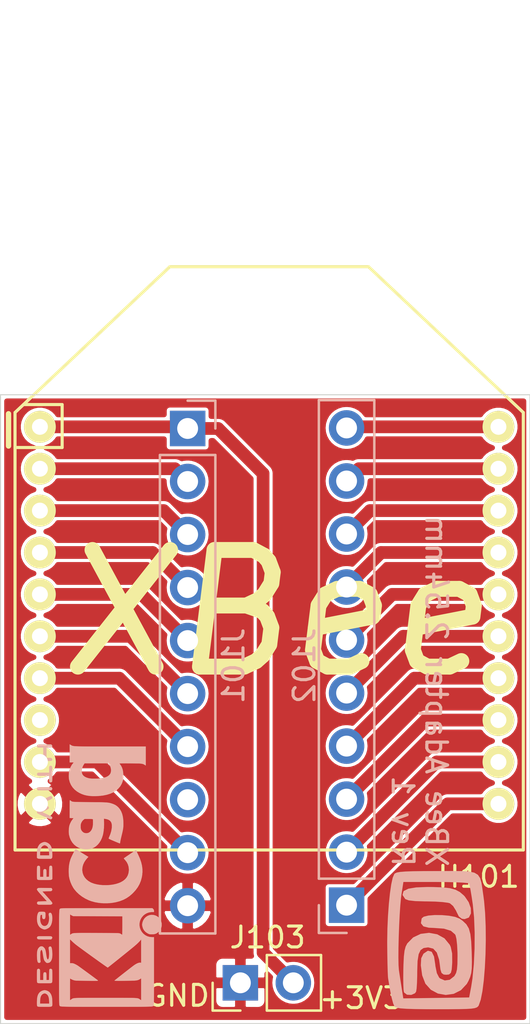
<source format=kicad_pcb>
(kicad_pcb (version 20171130) (host pcbnew "(5.1.2)-2")

  (general
    (thickness 1.6)
    (drawings 8)
    (tracks 40)
    (zones 0)
    (modules 6)
    (nets 20)
  )

  (page A4)
  (layers
    (0 F.Cu signal)
    (31 B.Cu signal)
    (32 B.Adhes user)
    (33 F.Adhes user)
    (34 B.Paste user)
    (35 F.Paste user)
    (36 B.SilkS user)
    (37 F.SilkS user)
    (38 B.Mask user)
    (39 F.Mask user)
    (40 Dwgs.User user)
    (41 Cmts.User user)
    (42 Eco1.User user hide)
    (43 Eco2.User user hide)
    (44 Edge.Cuts user)
    (45 Margin user hide)
    (46 B.CrtYd user hide)
    (47 F.CrtYd user hide)
    (48 B.Fab user hide)
    (49 F.Fab user hide)
  )

  (setup
    (last_trace_width 0.6096)
    (user_trace_width 0.3048)
    (user_trace_width 0.6096)
    (user_trace_width 1.2192)
    (trace_clearance 0.1524)
    (zone_clearance 0.1524)
    (zone_45_only no)
    (trace_min 0.1524)
    (via_size 0.381)
    (via_drill 0.254)
    (via_min_size 0.381)
    (via_min_drill 0.254)
    (user_via 0.69 0.34)
    (uvia_size 0.3)
    (uvia_drill 0.1)
    (uvias_allowed no)
    (uvia_min_size 0.2)
    (uvia_min_drill 0.1)
    (edge_width 0.05)
    (segment_width 0.2)
    (pcb_text_width 0.3)
    (pcb_text_size 1.5 1.5)
    (mod_edge_width 0.12)
    (mod_text_size 1 1)
    (mod_text_width 0.15)
    (pad_size 1.524 1.524)
    (pad_drill 0.762)
    (pad_to_mask_clearance 0)
    (aux_axis_origin 0 0)
    (visible_elements 7FFFEFFF)
    (pcbplotparams
      (layerselection 0x010fc_ffffffff)
      (usegerberextensions false)
      (usegerberattributes false)
      (usegerberadvancedattributes false)
      (creategerberjobfile false)
      (excludeedgelayer true)
      (linewidth 0.076200)
      (plotframeref false)
      (viasonmask false)
      (mode 1)
      (useauxorigin false)
      (hpglpennumber 1)
      (hpglpenspeed 20)
      (hpglpendiameter 15.000000)
      (psnegative false)
      (psa4output false)
      (plotreference true)
      (plotvalue true)
      (plotinvisibletext false)
      (padsonsilk false)
      (subtractmaskfromsilk false)
      (outputformat 1)
      (mirror false)
      (drillshape 0)
      (scaleselection 1)
      (outputdirectory "gerbers/"))
  )

  (net 0 "")
  (net 1 /VCC)
  (net 2 /DOUT)
  (net 3 /DIN_CONFIG)
  (net 4 /DIO12)
  (net 5 /~RESET)
  (net 6 /PWM0_RSSI_DIO10)
  (net 7 /PWM_DIO11)
  (net 8 /~DTR~_SLEEP_RQ_DIO18)
  (net 9 GND)
  (net 10 /DIO4_SPI_MOSI)
  (net 11 /DIO7_~CTS)
  (net 12 /ON_~SLEEP)
  (net 13 /VREF)
  (net 14 /DIO5_ASSOC)
  (net 15 /DIO6_~RTS)
  (net 16 /DIO3_AD3_SPI_SSEL)
  (net 17 /DIO2_AD2_SPI_CLK)
  (net 18 /DIO1_AD1_SPI_ATTN)
  (net 19 /DIO0_AD0)

  (net_class Default "This is the default net class."
    (clearance 0.1524)
    (trace_width 0.1524)
    (via_dia 0.381)
    (via_drill 0.254)
    (uvia_dia 0.3)
    (uvia_drill 0.1)
    (add_net /DIN_CONFIG)
    (add_net /DIO0_AD0)
    (add_net /DIO12)
    (add_net /DIO1_AD1_SPI_ATTN)
    (add_net /DIO2_AD2_SPI_CLK)
    (add_net /DIO3_AD3_SPI_SSEL)
    (add_net /DIO4_SPI_MOSI)
    (add_net /DIO5_ASSOC)
    (add_net /DIO6_~RTS)
    (add_net /DIO7_~CTS)
    (add_net /DOUT)
    (add_net /ON_~SLEEP)
    (add_net /PWM0_RSSI_DIO10)
    (add_net /PWM_DIO11)
    (add_net /VCC)
    (add_net /VREF)
    (add_net /~DTR~_SLEEP_RQ_DIO18)
    (add_net /~RESET)
    (add_net GND)
  )

  (module Symbols:KiCad-Logo2_6mm_SilkScreen (layer B.Cu) (tedit 0) (tstamp 5E272635)
    (at 113.97234 72.5678 90)
    (descr "KiCad Logo")
    (tags "Logo KiCad")
    (attr virtual)
    (fp_text reference REF*** (at 0 0 270) (layer B.SilkS) hide
      (effects (font (size 1 1) (thickness 0.15)) (justify mirror))
    )
    (fp_text value KiCad-Logo2_6mm_SilkScreen (at 0.75 0 270) (layer B.Fab) hide
      (effects (font (size 1 1) (thickness 0.15)) (justify mirror))
    )
    (fp_poly (pts (xy -6.121371 -2.269066) (xy -6.081889 -2.269467) (xy -5.9662 -2.272259) (xy -5.869311 -2.28055)
      (xy -5.787919 -2.295232) (xy -5.718723 -2.317193) (xy -5.65842 -2.347322) (xy -5.603708 -2.38651)
      (xy -5.584167 -2.403532) (xy -5.55175 -2.443363) (xy -5.52252 -2.497413) (xy -5.499991 -2.557323)
      (xy -5.487679 -2.614739) (xy -5.4864 -2.635956) (xy -5.494417 -2.694769) (xy -5.515899 -2.759013)
      (xy -5.546999 -2.819821) (xy -5.583866 -2.86833) (xy -5.589854 -2.874182) (xy -5.640579 -2.915321)
      (xy -5.696125 -2.947435) (xy -5.759696 -2.971365) (xy -5.834494 -2.987953) (xy -5.923722 -2.998041)
      (xy -6.030582 -3.002469) (xy -6.079528 -3.002845) (xy -6.141762 -3.002545) (xy -6.185528 -3.001292)
      (xy -6.214931 -2.998554) (xy -6.234079 -2.993801) (xy -6.247077 -2.986501) (xy -6.254045 -2.980267)
      (xy -6.260626 -2.972694) (xy -6.265788 -2.962924) (xy -6.269703 -2.94834) (xy -6.272543 -2.926326)
      (xy -6.27448 -2.894264) (xy -6.275684 -2.849536) (xy -6.276328 -2.789526) (xy -6.276583 -2.711617)
      (xy -6.276622 -2.635956) (xy -6.27687 -2.535041) (xy -6.276817 -2.454427) (xy -6.275857 -2.415822)
      (xy -6.129867 -2.415822) (xy -6.129867 -2.856089) (xy -6.036734 -2.856004) (xy -5.980693 -2.854396)
      (xy -5.921999 -2.850256) (xy -5.873028 -2.844464) (xy -5.871538 -2.844226) (xy -5.792392 -2.82509)
      (xy -5.731002 -2.795287) (xy -5.684305 -2.752878) (xy -5.654635 -2.706961) (xy -5.636353 -2.656026)
      (xy -5.637771 -2.6082) (xy -5.658988 -2.556933) (xy -5.700489 -2.503899) (xy -5.757998 -2.4646)
      (xy -5.83275 -2.438331) (xy -5.882708 -2.429035) (xy -5.939416 -2.422507) (xy -5.999519 -2.417782)
      (xy -6.050639 -2.415817) (xy -6.053667 -2.415808) (xy -6.129867 -2.415822) (xy -6.275857 -2.415822)
      (xy -6.27526 -2.391851) (xy -6.270998 -2.345055) (xy -6.26283 -2.311778) (xy -6.249556 -2.289759)
      (xy -6.229974 -2.276739) (xy -6.202883 -2.270457) (xy -6.167082 -2.268653) (xy -6.121371 -2.269066)) (layer B.SilkS) (width 0.01))
    (fp_poly (pts (xy -4.712794 -2.269146) (xy -4.643386 -2.269518) (xy -4.590997 -2.270385) (xy -4.552847 -2.271946)
      (xy -4.526159 -2.274403) (xy -4.508153 -2.277957) (xy -4.496049 -2.28281) (xy -4.487069 -2.289161)
      (xy -4.483818 -2.292084) (xy -4.464043 -2.323142) (xy -4.460482 -2.358828) (xy -4.473491 -2.39051)
      (xy -4.479506 -2.396913) (xy -4.489235 -2.403121) (xy -4.504901 -2.40791) (xy -4.529408 -2.411514)
      (xy -4.565661 -2.414164) (xy -4.616565 -2.416095) (xy -4.685026 -2.417539) (xy -4.747617 -2.418418)
      (xy -4.995334 -2.421467) (xy -4.998719 -2.486378) (xy -5.002105 -2.551289) (xy -4.833958 -2.551289)
      (xy -4.760959 -2.551919) (xy -4.707517 -2.554553) (xy -4.670628 -2.560309) (xy -4.647288 -2.570304)
      (xy -4.634494 -2.585656) (xy -4.629242 -2.607482) (xy -4.628445 -2.627738) (xy -4.630923 -2.652592)
      (xy -4.640277 -2.670906) (xy -4.659383 -2.683637) (xy -4.691118 -2.691741) (xy -4.738359 -2.696176)
      (xy -4.803983 -2.697899) (xy -4.839801 -2.698045) (xy -5.000978 -2.698045) (xy -5.000978 -2.856089)
      (xy -4.752622 -2.856089) (xy -4.671213 -2.856202) (xy -4.609342 -2.856712) (xy -4.563968 -2.85787)
      (xy -4.532054 -2.85993) (xy -4.510559 -2.863146) (xy -4.496443 -2.867772) (xy -4.486668 -2.874059)
      (xy -4.481689 -2.878667) (xy -4.46461 -2.90556) (xy -4.459111 -2.929467) (xy -4.466963 -2.958667)
      (xy -4.481689 -2.980267) (xy -4.489546 -2.987066) (xy -4.499688 -2.992346) (xy -4.514844 -2.996298)
      (xy -4.537741 -2.999113) (xy -4.571109 -3.000982) (xy -4.617675 -3.002098) (xy -4.680167 -3.002651)
      (xy -4.761314 -3.002833) (xy -4.803422 -3.002845) (xy -4.893598 -3.002765) (xy -4.963924 -3.002398)
      (xy -5.017129 -3.001552) (xy -5.05594 -3.000036) (xy -5.083087 -2.997659) (xy -5.101298 -2.994229)
      (xy -5.1133 -2.989554) (xy -5.121822 -2.983444) (xy -5.125156 -2.980267) (xy -5.131755 -2.97267)
      (xy -5.136927 -2.96287) (xy -5.140846 -2.948239) (xy -5.143684 -2.926152) (xy -5.145615 -2.893982)
      (xy -5.146812 -2.849103) (xy -5.147448 -2.788889) (xy -5.147697 -2.710713) (xy -5.147734 -2.637923)
      (xy -5.1477 -2.544707) (xy -5.147465 -2.471431) (xy -5.14683 -2.415458) (xy -5.145594 -2.374151)
      (xy -5.143556 -2.344872) (xy -5.140517 -2.324984) (xy -5.136277 -2.31185) (xy -5.130635 -2.302832)
      (xy -5.123391 -2.295293) (xy -5.121606 -2.293612) (xy -5.112945 -2.286172) (xy -5.102882 -2.280409)
      (xy -5.088625 -2.276112) (xy -5.067383 -2.273064) (xy -5.036364 -2.271051) (xy -4.992777 -2.26986)
      (xy -4.933831 -2.269275) (xy -4.856734 -2.269083) (xy -4.802001 -2.269067) (xy -4.712794 -2.269146)) (layer B.SilkS) (width 0.01))
    (fp_poly (pts (xy -3.691703 -2.270351) (xy -3.616888 -2.275581) (xy -3.547306 -2.28375) (xy -3.487002 -2.29455)
      (xy -3.44002 -2.307673) (xy -3.410406 -2.322813) (xy -3.40586 -2.327269) (xy -3.390054 -2.36185)
      (xy -3.394847 -2.397351) (xy -3.419364 -2.427725) (xy -3.420534 -2.428596) (xy -3.434954 -2.437954)
      (xy -3.450008 -2.442876) (xy -3.471005 -2.443473) (xy -3.503257 -2.439861) (xy -3.552073 -2.432154)
      (xy -3.556 -2.431505) (xy -3.628739 -2.422569) (xy -3.707217 -2.418161) (xy -3.785927 -2.418119)
      (xy -3.859361 -2.422279) (xy -3.922011 -2.430479) (xy -3.96837 -2.442557) (xy -3.971416 -2.443771)
      (xy -4.005048 -2.462615) (xy -4.016864 -2.481685) (xy -4.007614 -2.500439) (xy -3.978047 -2.518337)
      (xy -3.928911 -2.534837) (xy -3.860957 -2.549396) (xy -3.815645 -2.556406) (xy -3.721456 -2.569889)
      (xy -3.646544 -2.582214) (xy -3.587717 -2.594449) (xy -3.541785 -2.607661) (xy -3.505555 -2.622917)
      (xy -3.475838 -2.641285) (xy -3.449442 -2.663831) (xy -3.42823 -2.685971) (xy -3.403065 -2.716819)
      (xy -3.390681 -2.743345) (xy -3.386808 -2.776026) (xy -3.386667 -2.787995) (xy -3.389576 -2.827712)
      (xy -3.401202 -2.857259) (xy -3.421323 -2.883486) (xy -3.462216 -2.923576) (xy -3.507817 -2.954149)
      (xy -3.561513 -2.976203) (xy -3.626692 -2.990735) (xy -3.706744 -2.998741) (xy -3.805057 -3.001218)
      (xy -3.821289 -3.001177) (xy -3.886849 -2.999818) (xy -3.951866 -2.99673) (xy -4.009252 -2.992356)
      (xy -4.051922 -2.98714) (xy -4.055372 -2.986541) (xy -4.097796 -2.976491) (xy -4.13378 -2.963796)
      (xy -4.15415 -2.95219) (xy -4.173107 -2.921572) (xy -4.174427 -2.885918) (xy -4.158085 -2.854144)
      (xy -4.154429 -2.850551) (xy -4.139315 -2.839876) (xy -4.120415 -2.835276) (xy -4.091162 -2.836059)
      (xy -4.055651 -2.840127) (xy -4.01597 -2.843762) (xy -3.960345 -2.846828) (xy -3.895406 -2.849053)
      (xy -3.827785 -2.850164) (xy -3.81 -2.850237) (xy -3.742128 -2.849964) (xy -3.692454 -2.848646)
      (xy -3.65661 -2.845827) (xy -3.630224 -2.84105) (xy -3.608926 -2.833857) (xy -3.596126 -2.827867)
      (xy -3.568 -2.811233) (xy -3.550068 -2.796168) (xy -3.547447 -2.791897) (xy -3.552976 -2.774263)
      (xy -3.57926 -2.757192) (xy -3.624478 -2.741458) (xy -3.686808 -2.727838) (xy -3.705171 -2.724804)
      (xy -3.80109 -2.709738) (xy -3.877641 -2.697146) (xy -3.93778 -2.686111) (xy -3.98446 -2.67572)
      (xy -4.020637 -2.665056) (xy -4.049265 -2.653205) (xy -4.073298 -2.639251) (xy -4.095692 -2.622281)
      (xy -4.119402 -2.601378) (xy -4.12738 -2.594049) (xy -4.155353 -2.566699) (xy -4.17016 -2.545029)
      (xy -4.175952 -2.520232) (xy -4.176889 -2.488983) (xy -4.166575 -2.427705) (xy -4.135752 -2.37564)
      (xy -4.084595 -2.332958) (xy -4.013283 -2.299825) (xy -3.9624 -2.284964) (xy -3.9071 -2.275366)
      (xy -3.840853 -2.269936) (xy -3.767706 -2.268367) (xy -3.691703 -2.270351)) (layer B.SilkS) (width 0.01))
    (fp_poly (pts (xy -2.923822 -2.291645) (xy -2.917242 -2.299218) (xy -2.912079 -2.308987) (xy -2.908164 -2.323571)
      (xy -2.905324 -2.345585) (xy -2.903387 -2.377648) (xy -2.902183 -2.422375) (xy -2.901539 -2.482385)
      (xy -2.901284 -2.560294) (xy -2.901245 -2.635956) (xy -2.901314 -2.729802) (xy -2.901638 -2.803689)
      (xy -2.902386 -2.860232) (xy -2.903732 -2.902049) (xy -2.905846 -2.931757) (xy -2.9089 -2.951973)
      (xy -2.913066 -2.965314) (xy -2.918516 -2.974398) (xy -2.923822 -2.980267) (xy -2.956826 -2.999947)
      (xy -2.991991 -2.998181) (xy -3.023455 -2.976717) (xy -3.030684 -2.968337) (xy -3.036334 -2.958614)
      (xy -3.040599 -2.944861) (xy -3.043673 -2.924389) (xy -3.045752 -2.894512) (xy -3.04703 -2.852541)
      (xy -3.047701 -2.795789) (xy -3.047959 -2.721567) (xy -3.048 -2.637537) (xy -3.048 -2.324485)
      (xy -3.020291 -2.296776) (xy -2.986137 -2.273463) (xy -2.953006 -2.272623) (xy -2.923822 -2.291645)) (layer B.SilkS) (width 0.01))
    (fp_poly (pts (xy -1.950081 -2.274599) (xy -1.881565 -2.286095) (xy -1.828943 -2.303967) (xy -1.794708 -2.327499)
      (xy -1.785379 -2.340924) (xy -1.775893 -2.372148) (xy -1.782277 -2.400395) (xy -1.80243 -2.427182)
      (xy -1.833745 -2.439713) (xy -1.879183 -2.438696) (xy -1.914326 -2.431906) (xy -1.992419 -2.418971)
      (xy -2.072226 -2.417742) (xy -2.161555 -2.428241) (xy -2.186229 -2.43269) (xy -2.269291 -2.456108)
      (xy -2.334273 -2.490945) (xy -2.380461 -2.536604) (xy -2.407145 -2.592494) (xy -2.412663 -2.621388)
      (xy -2.409051 -2.680012) (xy -2.385729 -2.731879) (xy -2.344824 -2.775978) (xy -2.288459 -2.811299)
      (xy -2.21876 -2.836829) (xy -2.137852 -2.851559) (xy -2.04786 -2.854478) (xy -1.95091 -2.844575)
      (xy -1.945436 -2.843641) (xy -1.906875 -2.836459) (xy -1.885494 -2.829521) (xy -1.876227 -2.819227)
      (xy -1.874006 -2.801976) (xy -1.873956 -2.792841) (xy -1.873956 -2.754489) (xy -1.942431 -2.754489)
      (xy -2.0029 -2.750347) (xy -2.044165 -2.737147) (xy -2.068175 -2.71373) (xy -2.076877 -2.678936)
      (xy -2.076983 -2.674394) (xy -2.071892 -2.644654) (xy -2.054433 -2.623419) (xy -2.021939 -2.609366)
      (xy -1.971743 -2.601173) (xy -1.923123 -2.598161) (xy -1.852456 -2.596433) (xy -1.801198 -2.59907)
      (xy -1.766239 -2.6088) (xy -1.74447 -2.628353) (xy -1.73278 -2.660456) (xy -1.72806 -2.707838)
      (xy -1.7272 -2.770071) (xy -1.728609 -2.839535) (xy -1.732848 -2.886786) (xy -1.739936 -2.912012)
      (xy -1.741311 -2.913988) (xy -1.780228 -2.945508) (xy -1.837286 -2.97047) (xy -1.908869 -2.98834)
      (xy -1.991358 -2.998586) (xy -2.081139 -3.000673) (xy -2.174592 -2.994068) (xy -2.229556 -2.985956)
      (xy -2.315766 -2.961554) (xy -2.395892 -2.921662) (xy -2.462977 -2.869887) (xy -2.473173 -2.859539)
      (xy -2.506302 -2.816035) (xy -2.536194 -2.762118) (xy -2.559357 -2.705592) (xy -2.572298 -2.654259)
      (xy -2.573858 -2.634544) (xy -2.567218 -2.593419) (xy -2.549568 -2.542252) (xy -2.524297 -2.488394)
      (xy -2.494789 -2.439195) (xy -2.468719 -2.406334) (xy -2.407765 -2.357452) (xy -2.328969 -2.318545)
      (xy -2.235157 -2.290494) (xy -2.12915 -2.274179) (xy -2.032 -2.270192) (xy -1.950081 -2.274599)) (layer B.SilkS) (width 0.01))
    (fp_poly (pts (xy -1.300114 -2.273448) (xy -1.276548 -2.287273) (xy -1.245735 -2.309881) (xy -1.206078 -2.342338)
      (xy -1.15598 -2.385708) (xy -1.093843 -2.441058) (xy -1.018072 -2.509451) (xy -0.931334 -2.588084)
      (xy -0.750711 -2.751878) (xy -0.745067 -2.532029) (xy -0.743029 -2.456351) (xy -0.741063 -2.399994)
      (xy -0.738734 -2.359706) (xy -0.735606 -2.332235) (xy -0.731245 -2.314329) (xy -0.725216 -2.302737)
      (xy -0.717084 -2.294208) (xy -0.712772 -2.290623) (xy -0.678241 -2.27167) (xy -0.645383 -2.274441)
      (xy -0.619318 -2.290633) (xy -0.592667 -2.312199) (xy -0.589352 -2.627151) (xy -0.588435 -2.719779)
      (xy -0.587968 -2.792544) (xy -0.588113 -2.848161) (xy -0.589032 -2.889342) (xy -0.590887 -2.918803)
      (xy -0.593839 -2.939255) (xy -0.59805 -2.953413) (xy -0.603682 -2.963991) (xy -0.609927 -2.972474)
      (xy -0.623439 -2.988207) (xy -0.636883 -2.998636) (xy -0.652124 -3.002639) (xy -0.671026 -2.999094)
      (xy -0.695455 -2.986879) (xy -0.727273 -2.964871) (xy -0.768348 -2.931949) (xy -0.820542 -2.886991)
      (xy -0.885722 -2.828875) (xy -0.959556 -2.762099) (xy -1.224845 -2.521458) (xy -1.230489 -2.740589)
      (xy -1.232531 -2.816128) (xy -1.234502 -2.872354) (xy -1.236839 -2.912524) (xy -1.239981 -2.939896)
      (xy -1.244364 -2.957728) (xy -1.250424 -2.969279) (xy -1.2586 -2.977807) (xy -1.262784 -2.981282)
      (xy -1.299765 -3.000372) (xy -1.334708 -2.997493) (xy -1.365136 -2.9731) (xy -1.372097 -2.963286)
      (xy -1.377523 -2.951826) (xy -1.381603 -2.935968) (xy -1.384529 -2.912963) (xy -1.386492 -2.880062)
      (xy -1.387683 -2.834516) (xy -1.388292 -2.773573) (xy -1.388511 -2.694486) (xy -1.388534 -2.635956)
      (xy -1.38846 -2.544407) (xy -1.388113 -2.472687) (xy -1.387301 -2.418045) (xy -1.385833 -2.377732)
      (xy -1.383519 -2.348998) (xy -1.380167 -2.329093) (xy -1.375588 -2.315268) (xy -1.369589 -2.304772)
      (xy -1.365136 -2.298811) (xy -1.35385 -2.284691) (xy -1.343301 -2.274029) (xy -1.331893 -2.267892)
      (xy -1.31803 -2.267343) (xy -1.300114 -2.273448)) (layer B.SilkS) (width 0.01))
    (fp_poly (pts (xy 0.230343 -2.26926) (xy 0.306701 -2.270174) (xy 0.365217 -2.272311) (xy 0.408255 -2.276175)
      (xy 0.438183 -2.282267) (xy 0.457368 -2.29109) (xy 0.468176 -2.303146) (xy 0.472973 -2.318939)
      (xy 0.474127 -2.33897) (xy 0.474133 -2.341335) (xy 0.473131 -2.363992) (xy 0.468396 -2.381503)
      (xy 0.457333 -2.394574) (xy 0.437348 -2.403913) (xy 0.405846 -2.410227) (xy 0.360232 -2.414222)
      (xy 0.297913 -2.416606) (xy 0.216293 -2.418086) (xy 0.191277 -2.418414) (xy -0.0508 -2.421467)
      (xy -0.054186 -2.486378) (xy -0.057571 -2.551289) (xy 0.110576 -2.551289) (xy 0.176266 -2.551531)
      (xy 0.223172 -2.552556) (xy 0.255083 -2.554811) (xy 0.275791 -2.558742) (xy 0.289084 -2.564798)
      (xy 0.298755 -2.573424) (xy 0.298817 -2.573493) (xy 0.316356 -2.607112) (xy 0.315722 -2.643448)
      (xy 0.297314 -2.674423) (xy 0.293671 -2.677607) (xy 0.280741 -2.685812) (xy 0.263024 -2.691521)
      (xy 0.23657 -2.695162) (xy 0.197432 -2.697167) (xy 0.141662 -2.697964) (xy 0.105994 -2.698045)
      (xy -0.056445 -2.698045) (xy -0.056445 -2.856089) (xy 0.190161 -2.856089) (xy 0.27158 -2.856231)
      (xy 0.33341 -2.856814) (xy 0.378637 -2.858068) (xy 0.410248 -2.860227) (xy 0.431231 -2.863523)
      (xy 0.444573 -2.868189) (xy 0.453261 -2.874457) (xy 0.45545 -2.876733) (xy 0.471614 -2.90828)
      (xy 0.472797 -2.944168) (xy 0.459536 -2.975285) (xy 0.449043 -2.985271) (xy 0.438129 -2.990769)
      (xy 0.421217 -2.995022) (xy 0.395633 -2.99818) (xy 0.358701 -3.000392) (xy 0.307746 -3.001806)
      (xy 0.240094 -3.002572) (xy 0.153069 -3.002838) (xy 0.133394 -3.002845) (xy 0.044911 -3.002787)
      (xy -0.023773 -3.002467) (xy -0.075436 -3.001667) (xy -0.112855 -3.000167) (xy -0.13881 -2.997749)
      (xy -0.156078 -2.994194) (xy -0.167438 -2.989282) (xy -0.175668 -2.982795) (xy -0.180183 -2.978138)
      (xy -0.186979 -2.969889) (xy -0.192288 -2.959669) (xy -0.196294 -2.9448) (xy -0.199179 -2.922602)
      (xy -0.201126 -2.890393) (xy -0.202319 -2.845496) (xy -0.202939 -2.785228) (xy -0.203171 -2.706911)
      (xy -0.2032 -2.640994) (xy -0.203129 -2.548628) (xy -0.202792 -2.476117) (xy -0.202002 -2.420737)
      (xy -0.200574 -2.379765) (xy -0.198321 -2.350478) (xy -0.195057 -2.330153) (xy -0.190596 -2.316066)
      (xy -0.184752 -2.305495) (xy -0.179803 -2.298811) (xy -0.156406 -2.269067) (xy 0.133774 -2.269067)
      (xy 0.230343 -2.26926)) (layer B.SilkS) (width 0.01))
    (fp_poly (pts (xy 1.018309 -2.269275) (xy 1.147288 -2.273636) (xy 1.256991 -2.286861) (xy 1.349226 -2.309741)
      (xy 1.425802 -2.34307) (xy 1.488527 -2.387638) (xy 1.539212 -2.444236) (xy 1.579663 -2.513658)
      (xy 1.580459 -2.515351) (xy 1.604601 -2.577483) (xy 1.613203 -2.632509) (xy 1.606231 -2.687887)
      (xy 1.583654 -2.751073) (xy 1.579372 -2.760689) (xy 1.550172 -2.816966) (xy 1.517356 -2.860451)
      (xy 1.475002 -2.897417) (xy 1.41719 -2.934135) (xy 1.413831 -2.936052) (xy 1.363504 -2.960227)
      (xy 1.306621 -2.978282) (xy 1.239527 -2.990839) (xy 1.158565 -2.998522) (xy 1.060082 -3.001953)
      (xy 1.025286 -3.002251) (xy 0.859594 -3.002845) (xy 0.836197 -2.9731) (xy 0.829257 -2.963319)
      (xy 0.823842 -2.951897) (xy 0.819765 -2.936095) (xy 0.816837 -2.913175) (xy 0.814867 -2.880396)
      (xy 0.814225 -2.856089) (xy 0.970844 -2.856089) (xy 1.064726 -2.856089) (xy 1.119664 -2.854483)
      (xy 1.17606 -2.850255) (xy 1.222345 -2.844292) (xy 1.225139 -2.84379) (xy 1.307348 -2.821736)
      (xy 1.371114 -2.7886) (xy 1.418452 -2.742847) (xy 1.451382 -2.682939) (xy 1.457108 -2.667061)
      (xy 1.462721 -2.642333) (xy 1.460291 -2.617902) (xy 1.448467 -2.5854) (xy 1.44134 -2.569434)
      (xy 1.418 -2.527006) (xy 1.38988 -2.49724) (xy 1.35894 -2.476511) (xy 1.296966 -2.449537)
      (xy 1.217651 -2.429998) (xy 1.125253 -2.418746) (xy 1.058333 -2.41627) (xy 0.970844 -2.415822)
      (xy 0.970844 -2.856089) (xy 0.814225 -2.856089) (xy 0.813668 -2.835021) (xy 0.81305 -2.774311)
      (xy 0.812825 -2.695526) (xy 0.8128 -2.63392) (xy 0.8128 -2.324485) (xy 0.840509 -2.296776)
      (xy 0.852806 -2.285544) (xy 0.866103 -2.277853) (xy 0.884672 -2.27304) (xy 0.912786 -2.270446)
      (xy 0.954717 -2.26941) (xy 1.014737 -2.26927) (xy 1.018309 -2.269275)) (layer B.SilkS) (width 0.01))
    (fp_poly (pts (xy 3.744665 -2.271034) (xy 3.764255 -2.278035) (xy 3.76501 -2.278377) (xy 3.791613 -2.298678)
      (xy 3.80627 -2.319561) (xy 3.809138 -2.329352) (xy 3.808996 -2.342361) (xy 3.804961 -2.360895)
      (xy 3.796146 -2.387257) (xy 3.781669 -2.423752) (xy 3.760645 -2.472687) (xy 3.732188 -2.536365)
      (xy 3.695415 -2.617093) (xy 3.675175 -2.661216) (xy 3.638625 -2.739985) (xy 3.604315 -2.812423)
      (xy 3.573552 -2.87588) (xy 3.547648 -2.927708) (xy 3.52791 -2.965259) (xy 3.51565 -2.985884)
      (xy 3.513224 -2.988733) (xy 3.482183 -3.001302) (xy 3.447121 -2.999619) (xy 3.419 -2.984332)
      (xy 3.417854 -2.983089) (xy 3.406668 -2.966154) (xy 3.387904 -2.93317) (xy 3.363875 -2.88838)
      (xy 3.336897 -2.836032) (xy 3.327201 -2.816742) (xy 3.254014 -2.67015) (xy 3.17424 -2.829393)
      (xy 3.145767 -2.884415) (xy 3.11935 -2.932132) (xy 3.097148 -2.968893) (xy 3.081319 -2.991044)
      (xy 3.075954 -2.995741) (xy 3.034257 -3.002102) (xy 2.999849 -2.988733) (xy 2.989728 -2.974446)
      (xy 2.972214 -2.942692) (xy 2.948735 -2.896597) (xy 2.92072 -2.839285) (xy 2.889599 -2.77388)
      (xy 2.856799 -2.703507) (xy 2.82375 -2.631291) (xy 2.791881 -2.560355) (xy 2.762619 -2.493825)
      (xy 2.737395 -2.434826) (xy 2.717636 -2.386481) (xy 2.704772 -2.351915) (xy 2.700231 -2.334253)
      (xy 2.700277 -2.333613) (xy 2.711326 -2.311388) (xy 2.73341 -2.288753) (xy 2.73471 -2.287768)
      (xy 2.761853 -2.272425) (xy 2.786958 -2.272574) (xy 2.796368 -2.275466) (xy 2.807834 -2.281718)
      (xy 2.82001 -2.294014) (xy 2.834357 -2.314908) (xy 2.852336 -2.346949) (xy 2.875407 -2.392688)
      (xy 2.90503 -2.454677) (xy 2.931745 -2.511898) (xy 2.96248 -2.578226) (xy 2.990021 -2.637874)
      (xy 3.012938 -2.687725) (xy 3.029798 -2.724664) (xy 3.039173 -2.745573) (xy 3.04054 -2.748845)
      (xy 3.046689 -2.743497) (xy 3.060822 -2.721109) (xy 3.081057 -2.684946) (xy 3.105515 -2.638277)
      (xy 3.115248 -2.619022) (xy 3.148217 -2.554004) (xy 3.173643 -2.506654) (xy 3.193612 -2.474219)
      (xy 3.21021 -2.453946) (xy 3.225524 -2.443082) (xy 3.24164 -2.438875) (xy 3.252143 -2.4384)
      (xy 3.27067 -2.440042) (xy 3.286904 -2.446831) (xy 3.303035 -2.461566) (xy 3.321251 -2.487044)
      (xy 3.343739 -2.526061) (xy 3.372689 -2.581414) (xy 3.388662 -2.612903) (xy 3.41457 -2.663087)
      (xy 3.437167 -2.704704) (xy 3.454458 -2.734242) (xy 3.46445 -2.748189) (xy 3.465809 -2.74877)
      (xy 3.472261 -2.737793) (xy 3.486708 -2.70929) (xy 3.507703 -2.666244) (xy 3.533797 -2.611638)
      (xy 3.563546 -2.548454) (xy 3.57818 -2.517071) (xy 3.61625 -2.436078) (xy 3.646905 -2.373756)
      (xy 3.671737 -2.328071) (xy 3.692337 -2.296989) (xy 3.710298 -2.278478) (xy 3.72721 -2.270504)
      (xy 3.744665 -2.271034)) (layer B.SilkS) (width 0.01))
    (fp_poly (pts (xy 4.188614 -2.275877) (xy 4.212327 -2.290647) (xy 4.238978 -2.312227) (xy 4.238978 -2.633773)
      (xy 4.238893 -2.72783) (xy 4.238529 -2.801932) (xy 4.237724 -2.858704) (xy 4.236313 -2.900768)
      (xy 4.234133 -2.930748) (xy 4.231021 -2.951267) (xy 4.226814 -2.964949) (xy 4.221348 -2.974416)
      (xy 4.217472 -2.979082) (xy 4.186034 -2.999575) (xy 4.150233 -2.998739) (xy 4.118873 -2.981264)
      (xy 4.092222 -2.959684) (xy 4.092222 -2.312227) (xy 4.118873 -2.290647) (xy 4.144594 -2.274949)
      (xy 4.1656 -2.269067) (xy 4.188614 -2.275877)) (layer B.SilkS) (width 0.01))
    (fp_poly (pts (xy 4.963065 -2.269163) (xy 5.041772 -2.269542) (xy 5.102863 -2.270333) (xy 5.148817 -2.27167)
      (xy 5.182114 -2.273683) (xy 5.205236 -2.276506) (xy 5.220662 -2.280269) (xy 5.230871 -2.285105)
      (xy 5.235813 -2.288822) (xy 5.261457 -2.321358) (xy 5.264559 -2.355138) (xy 5.248711 -2.385826)
      (xy 5.238348 -2.398089) (xy 5.227196 -2.40645) (xy 5.211035 -2.411657) (xy 5.185642 -2.414457)
      (xy 5.146798 -2.415596) (xy 5.09028 -2.415821) (xy 5.07918 -2.415822) (xy 4.933244 -2.415822)
      (xy 4.933244 -2.686756) (xy 4.933148 -2.772154) (xy 4.932711 -2.837864) (xy 4.931712 -2.886774)
      (xy 4.929928 -2.921773) (xy 4.927137 -2.945749) (xy 4.923117 -2.961593) (xy 4.917645 -2.972191)
      (xy 4.910666 -2.980267) (xy 4.877734 -3.000112) (xy 4.843354 -2.998548) (xy 4.812176 -2.975906)
      (xy 4.809886 -2.9731) (xy 4.802429 -2.962492) (xy 4.796747 -2.950081) (xy 4.792601 -2.93285)
      (xy 4.78975 -2.907784) (xy 4.787954 -2.871867) (xy 4.786972 -2.822083) (xy 4.786564 -2.755417)
      (xy 4.786489 -2.679589) (xy 4.786489 -2.415822) (xy 4.647127 -2.415822) (xy 4.587322 -2.415418)
      (xy 4.545918 -2.41384) (xy 4.518748 -2.410547) (xy 4.501646 -2.404992) (xy 4.490443 -2.396631)
      (xy 4.489083 -2.395178) (xy 4.472725 -2.361939) (xy 4.474172 -2.324362) (xy 4.492978 -2.291645)
      (xy 4.50025 -2.285298) (xy 4.509627 -2.280266) (xy 4.523609 -2.276396) (xy 4.544696 -2.273537)
      (xy 4.575389 -2.271535) (xy 4.618189 -2.270239) (xy 4.675595 -2.269498) (xy 4.75011 -2.269158)
      (xy 4.844233 -2.269068) (xy 4.86426 -2.269067) (xy 4.963065 -2.269163)) (layer B.SilkS) (width 0.01))
    (fp_poly (pts (xy 6.228823 -2.274533) (xy 6.260202 -2.296776) (xy 6.287911 -2.324485) (xy 6.287911 -2.63392)
      (xy 6.287838 -2.725799) (xy 6.287495 -2.79784) (xy 6.286692 -2.85278) (xy 6.285241 -2.89336)
      (xy 6.282952 -2.922317) (xy 6.279636 -2.942391) (xy 6.275105 -2.956321) (xy 6.269169 -2.966845)
      (xy 6.264514 -2.9731) (xy 6.233783 -2.997673) (xy 6.198496 -3.000341) (xy 6.166245 -2.985271)
      (xy 6.155588 -2.976374) (xy 6.148464 -2.964557) (xy 6.144167 -2.945526) (xy 6.141991 -2.914992)
      (xy 6.141228 -2.868662) (xy 6.141155 -2.832871) (xy 6.141155 -2.698045) (xy 5.644444 -2.698045)
      (xy 5.644444 -2.8207) (xy 5.643931 -2.876787) (xy 5.641876 -2.915333) (xy 5.637508 -2.941361)
      (xy 5.630056 -2.959897) (xy 5.621047 -2.9731) (xy 5.590144 -2.997604) (xy 5.555196 -3.000506)
      (xy 5.521738 -2.983089) (xy 5.512604 -2.973959) (xy 5.506152 -2.961855) (xy 5.501897 -2.943001)
      (xy 5.499352 -2.91362) (xy 5.498029 -2.869937) (xy 5.497443 -2.808175) (xy 5.497375 -2.794)
      (xy 5.496891 -2.677631) (xy 5.496641 -2.581727) (xy 5.496723 -2.504177) (xy 5.497231 -2.442869)
      (xy 5.498262 -2.39569) (xy 5.499913 -2.36053) (xy 5.502279 -2.335276) (xy 5.505457 -2.317817)
      (xy 5.509544 -2.306041) (xy 5.514634 -2.297835) (xy 5.520266 -2.291645) (xy 5.552128 -2.271844)
      (xy 5.585357 -2.274533) (xy 5.616735 -2.296776) (xy 5.629433 -2.311126) (xy 5.637526 -2.326978)
      (xy 5.642042 -2.349554) (xy 5.644006 -2.384078) (xy 5.644444 -2.435776) (xy 5.644444 -2.551289)
      (xy 6.141155 -2.551289) (xy 6.141155 -2.432756) (xy 6.141662 -2.378148) (xy 6.143698 -2.341275)
      (xy 6.148035 -2.317307) (xy 6.155447 -2.301415) (xy 6.163733 -2.291645) (xy 6.195594 -2.271844)
      (xy 6.228823 -2.274533)) (layer B.SilkS) (width 0.01))
    (fp_poly (pts (xy -2.9464 2.510946) (xy -2.935535 2.397007) (xy -2.903918 2.289384) (xy -2.853015 2.190385)
      (xy -2.784293 2.102316) (xy -2.699219 2.027484) (xy -2.602232 1.969616) (xy -2.495964 1.929995)
      (xy -2.38895 1.911427) (xy -2.2833 1.912566) (xy -2.181125 1.93207) (xy -2.084534 1.968594)
      (xy -1.995638 2.020795) (xy -1.916546 2.087327) (xy -1.849369 2.166848) (xy -1.796217 2.258013)
      (xy -1.759199 2.359477) (xy -1.740427 2.469898) (xy -1.738489 2.519794) (xy -1.738489 2.607733)
      (xy -1.68656 2.607733) (xy -1.650253 2.604889) (xy -1.623355 2.593089) (xy -1.596249 2.569351)
      (xy -1.557867 2.530969) (xy -1.557867 0.339398) (xy -1.557876 0.077261) (xy -1.557908 -0.163241)
      (xy -1.557972 -0.383048) (xy -1.558076 -0.583101) (xy -1.558227 -0.764344) (xy -1.558434 -0.927716)
      (xy -1.558706 -1.07416) (xy -1.55905 -1.204617) (xy -1.559474 -1.320029) (xy -1.559987 -1.421338)
      (xy -1.560597 -1.509484) (xy -1.561312 -1.58541) (xy -1.56214 -1.650057) (xy -1.563089 -1.704367)
      (xy -1.564167 -1.74928) (xy -1.565383 -1.78574) (xy -1.566745 -1.814687) (xy -1.568261 -1.837063)
      (xy -1.569938 -1.853809) (xy -1.571786 -1.865868) (xy -1.573813 -1.87418) (xy -1.576025 -1.879687)
      (xy -1.577108 -1.881537) (xy -1.581271 -1.888549) (xy -1.584805 -1.894996) (xy -1.588635 -1.9009)
      (xy -1.593682 -1.906286) (xy -1.600871 -1.911178) (xy -1.611123 -1.915598) (xy -1.625364 -1.919572)
      (xy -1.644514 -1.923121) (xy -1.669499 -1.92627) (xy -1.70124 -1.929042) (xy -1.740662 -1.931461)
      (xy -1.788686 -1.933551) (xy -1.846237 -1.935335) (xy -1.914237 -1.936837) (xy -1.99361 -1.93808)
      (xy -2.085279 -1.939089) (xy -2.190166 -1.939885) (xy -2.309196 -1.940494) (xy -2.44329 -1.940939)
      (xy -2.593373 -1.941243) (xy -2.760367 -1.94143) (xy -2.945196 -1.941524) (xy -3.148783 -1.941548)
      (xy -3.37205 -1.941525) (xy -3.615922 -1.94148) (xy -3.881321 -1.941437) (xy -3.919704 -1.941432)
      (xy -4.186682 -1.941389) (xy -4.432002 -1.941318) (xy -4.656583 -1.941213) (xy -4.861345 -1.941066)
      (xy -5.047206 -1.940869) (xy -5.215088 -1.940616) (xy -5.365908 -1.9403) (xy -5.500587 -1.939913)
      (xy -5.620044 -1.939447) (xy -5.725199 -1.938897) (xy -5.816971 -1.938253) (xy -5.896279 -1.937511)
      (xy -5.964043 -1.936661) (xy -6.021182 -1.935697) (xy -6.068617 -1.934611) (xy -6.107266 -1.933397)
      (xy -6.138049 -1.932047) (xy -6.161885 -1.930555) (xy -6.179694 -1.928911) (xy -6.192395 -1.927111)
      (xy -6.200908 -1.925145) (xy -6.205266 -1.923477) (xy -6.213728 -1.919906) (xy -6.221497 -1.91727)
      (xy -6.228602 -1.914634) (xy -6.235073 -1.911062) (xy -6.240939 -1.905621) (xy -6.246229 -1.897375)
      (xy -6.250974 -1.88539) (xy -6.255202 -1.868731) (xy -6.258943 -1.846463) (xy -6.262227 -1.817652)
      (xy -6.265083 -1.781363) (xy -6.26754 -1.736661) (xy -6.269629 -1.682611) (xy -6.271378 -1.618279)
      (xy -6.272817 -1.54273) (xy -6.273976 -1.45503) (xy -6.274883 -1.354243) (xy -6.275569 -1.239434)
      (xy -6.276063 -1.10967) (xy -6.276395 -0.964015) (xy -6.276593 -0.801535) (xy -6.276687 -0.621295)
      (xy -6.276708 -0.42236) (xy -6.276685 -0.203796) (xy -6.276646 0.035332) (xy -6.276622 0.29596)
      (xy -6.276622 0.338111) (xy -6.276636 0.601008) (xy -6.276661 0.842268) (xy -6.276671 1.062835)
      (xy -6.276642 1.263648) (xy -6.276548 1.445651) (xy -6.276362 1.609784) (xy -6.276059 1.756989)
      (xy -6.275614 1.888208) (xy -6.275034 1.998133) (xy -5.972197 1.998133) (xy -5.932407 1.940289)
      (xy -5.921236 1.924521) (xy -5.911166 1.910559) (xy -5.902138 1.897216) (xy -5.894097 1.883307)
      (xy -5.886986 1.867644) (xy -5.880747 1.849042) (xy -5.875325 1.826314) (xy -5.870662 1.798273)
      (xy -5.866701 1.763733) (xy -5.863385 1.721508) (xy -5.860659 1.670411) (xy -5.858464 1.609256)
      (xy -5.856745 1.536856) (xy -5.855444 1.452025) (xy -5.854505 1.353578) (xy -5.85387 1.240326)
      (xy -5.853484 1.111084) (xy -5.853288 0.964666) (xy -5.853227 0.799884) (xy -5.853243 0.615553)
      (xy -5.85328 0.410487) (xy -5.853289 0.287867) (xy -5.853265 0.070918) (xy -5.853231 -0.124642)
      (xy -5.853243 -0.299999) (xy -5.853358 -0.456341) (xy -5.85363 -0.594857) (xy -5.854118 -0.716734)
      (xy -5.854876 -0.82316) (xy -5.855962 -0.915322) (xy -5.857431 -0.994409) (xy -5.85934 -1.061608)
      (xy -5.861744 -1.118107) (xy -5.864701 -1.165093) (xy -5.868266 -1.203755) (xy -5.872495 -1.23528)
      (xy -5.877446 -1.260855) (xy -5.883173 -1.28167) (xy -5.889733 -1.298911) (xy -5.897183 -1.313765)
      (xy -5.905579 -1.327422) (xy -5.914976 -1.341069) (xy -5.925432 -1.355893) (xy -5.931523 -1.364783)
      (xy -5.970296 -1.4224) (xy -5.438732 -1.4224) (xy -5.315483 -1.422365) (xy -5.212987 -1.422215)
      (xy -5.12942 -1.421878) (xy -5.062956 -1.421286) (xy -5.011771 -1.420367) (xy -4.974041 -1.419051)
      (xy -4.94794 -1.417269) (xy -4.931644 -1.414951) (xy -4.923328 -1.412026) (xy -4.921168 -1.408424)
      (xy -4.923339 -1.404075) (xy -4.924535 -1.402645) (xy -4.949685 -1.365573) (xy -4.975583 -1.312772)
      (xy -4.999192 -1.25077) (xy -5.007461 -1.224357) (xy -5.012078 -1.206416) (xy -5.015979 -1.185355)
      (xy -5.019248 -1.159089) (xy -5.021966 -1.125532) (xy -5.024215 -1.082599) (xy -5.026077 -1.028204)
      (xy -5.027636 -0.960262) (xy -5.028972 -0.876688) (xy -5.030169 -0.775395) (xy -5.031308 -0.6543)
      (xy -5.031685 -0.6096) (xy -5.032702 -0.484449) (xy -5.03346 -0.380082) (xy -5.033903 -0.294707)
      (xy -5.03397 -0.226533) (xy -5.033605 -0.173765) (xy -5.032748 -0.134614) (xy -5.031341 -0.107285)
      (xy -5.029325 -0.089986) (xy -5.026643 -0.080926) (xy -5.023236 -0.078312) (xy -5.019044 -0.080351)
      (xy -5.014571 -0.084667) (xy -5.004216 -0.097602) (xy -4.982158 -0.126676) (xy -4.949957 -0.169759)
      (xy -4.909174 -0.224718) (xy -4.86137 -0.289423) (xy -4.808105 -0.361742) (xy -4.75094 -0.439544)
      (xy -4.691437 -0.520698) (xy -4.631155 -0.603072) (xy -4.571655 -0.684536) (xy -4.514498 -0.762957)
      (xy -4.461245 -0.836204) (xy -4.413457 -0.902147) (xy -4.372693 -0.958654) (xy -4.340516 -1.003593)
      (xy -4.318485 -1.034834) (xy -4.313917 -1.041466) (xy -4.290996 -1.078369) (xy -4.264188 -1.126359)
      (xy -4.238789 -1.175897) (xy -4.235568 -1.182577) (xy -4.21389 -1.230772) (xy -4.201304 -1.268334)
      (xy -4.195574 -1.30416) (xy -4.194456 -1.3462) (xy -4.19509 -1.4224) (xy -3.040651 -1.4224)
      (xy -3.131815 -1.328669) (xy -3.178612 -1.278775) (xy -3.228899 -1.222295) (xy -3.274944 -1.168026)
      (xy -3.295369 -1.142673) (xy -3.325807 -1.103128) (xy -3.365862 -1.049916) (xy -3.414361 -0.984667)
      (xy -3.470135 -0.909011) (xy -3.532011 -0.824577) (xy -3.598819 -0.732994) (xy -3.669387 -0.635892)
      (xy -3.742545 -0.534901) (xy -3.817121 -0.43165) (xy -3.891944 -0.327768) (xy -3.965843 -0.224885)
      (xy -4.037646 -0.124631) (xy -4.106184 -0.028636) (xy -4.170284 0.061473) (xy -4.228775 0.144064)
      (xy -4.280486 0.217508) (xy -4.324247 0.280176) (xy -4.358885 0.330439) (xy -4.38323 0.366666)
      (xy -4.396111 0.387229) (xy -4.397869 0.391332) (xy -4.38991 0.402658) (xy -4.369115 0.429838)
      (xy -4.336847 0.471171) (xy -4.29447 0.524956) (xy -4.243347 0.589494) (xy -4.184841 0.663082)
      (xy -4.120314 0.744022) (xy -4.051131 0.830612) (xy -3.978653 0.921152) (xy -3.904246 1.01394)
      (xy -3.844517 1.088298) (xy -2.833511 1.088298) (xy -2.827602 1.075341) (xy -2.813272 1.053092)
      (xy -2.812225 1.051609) (xy -2.793438 1.021456) (xy -2.773791 0.984625) (xy -2.769892 0.976489)
      (xy -2.766356 0.96806) (xy -2.76323 0.957941) (xy -2.760486 0.94474) (xy -2.758092 0.927062)
      (xy -2.756019 0.903516) (xy -2.754235 0.872707) (xy -2.752712 0.833243) (xy -2.751419 0.783731)
      (xy -2.750326 0.722777) (xy -2.749403 0.648989) (xy -2.748619 0.560972) (xy -2.747945 0.457335)
      (xy -2.74735 0.336684) (xy -2.746805 0.197626) (xy -2.746279 0.038768) (xy -2.745745 -0.140089)
      (xy -2.745206 -0.325207) (xy -2.744772 -0.489145) (xy -2.744509 -0.633303) (xy -2.744484 -0.759079)
      (xy -2.744765 -0.867871) (xy -2.745419 -0.961077) (xy -2.746514 -1.040097) (xy -2.748118 -1.106328)
      (xy -2.750297 -1.16117) (xy -2.753119 -1.206021) (xy -2.756651 -1.242278) (xy -2.760961 -1.271341)
      (xy -2.766117 -1.294609) (xy -2.772185 -1.313479) (xy -2.779233 -1.329351) (xy -2.787329 -1.343622)
      (xy -2.79654 -1.357691) (xy -2.80504 -1.370158) (xy -2.822176 -1.396452) (xy -2.832322 -1.414037)
      (xy -2.833511 -1.417257) (xy -2.822604 -1.418334) (xy -2.791411 -1.419335) (xy -2.742223 -1.420235)
      (xy -2.677333 -1.42101) (xy -2.59903 -1.421637) (xy -2.509607 -1.422091) (xy -2.411356 -1.422349)
      (xy -2.342445 -1.4224) (xy -2.237452 -1.42218) (xy -2.14061 -1.421548) (xy -2.054107 -1.420549)
      (xy -1.980132 -1.419227) (xy -1.920874 -1.417626) (xy -1.87852 -1.415791) (xy -1.85526 -1.413765)
      (xy -1.851378 -1.412493) (xy -1.859076 -1.397591) (xy -1.867074 -1.38956) (xy -1.880246 -1.372434)
      (xy -1.897485 -1.342183) (xy -1.909407 -1.317622) (xy -1.936045 -1.258711) (xy -1.93912 -0.081845)
      (xy -1.942195 1.095022) (xy -2.387853 1.095022) (xy -2.48567 1.094858) (xy -2.576064 1.094389)
      (xy -2.65663 1.093653) (xy -2.724962 1.092684) (xy -2.778656 1.09152) (xy -2.815305 1.090197)
      (xy -2.832504 1.088751) (xy -2.833511 1.088298) (xy -3.844517 1.088298) (xy -3.82927 1.107278)
      (xy -3.75509 1.199463) (xy -3.683069 1.288796) (xy -3.614569 1.373576) (xy -3.550955 1.452102)
      (xy -3.493588 1.522674) (xy -3.443833 1.583591) (xy -3.403052 1.633153) (xy -3.385888 1.653822)
      (xy -3.299596 1.754484) (xy -3.222997 1.837741) (xy -3.154183 1.905562) (xy -3.091248 1.959911)
      (xy -3.081867 1.967278) (xy -3.042356 1.997883) (xy -4.174116 1.998133) (xy -4.168827 1.950156)
      (xy -4.17213 1.892812) (xy -4.193661 1.824537) (xy -4.233635 1.744788) (xy -4.278943 1.672505)
      (xy -4.295161 1.64986) (xy -4.323214 1.612304) (xy -4.36143 1.561979) (xy -4.408137 1.501027)
      (xy -4.461661 1.431589) (xy -4.520331 1.355806) (xy -4.582475 1.27582) (xy -4.646421 1.193772)
      (xy -4.710495 1.111804) (xy -4.773027 1.032057) (xy -4.832343 0.956673) (xy -4.886771 0.887793)
      (xy -4.934639 0.827558) (xy -4.974275 0.778111) (xy -5.004006 0.741592) (xy -5.022161 0.720142)
      (xy -5.02522 0.716844) (xy -5.028079 0.724851) (xy -5.030293 0.755145) (xy -5.031857 0.807444)
      (xy -5.032767 0.881469) (xy -5.03302 0.976937) (xy -5.032613 1.093566) (xy -5.031704 1.213555)
      (xy -5.030382 1.345667) (xy -5.028857 1.457406) (xy -5.026881 1.550975) (xy -5.024206 1.628581)
      (xy -5.020582 1.692426) (xy -5.015761 1.744717) (xy -5.009494 1.787656) (xy -5.001532 1.823449)
      (xy -4.991627 1.8543) (xy -4.979531 1.882414) (xy -4.964993 1.909995) (xy -4.950311 1.935034)
      (xy -4.912314 1.998133) (xy -5.972197 1.998133) (xy -6.275034 1.998133) (xy -6.275001 2.004383)
      (xy -6.274195 2.106456) (xy -6.27317 2.195367) (xy -6.2719 2.272059) (xy -6.27036 2.337473)
      (xy -6.268524 2.392551) (xy -6.266367 2.438235) (xy -6.263863 2.475466) (xy -6.260987 2.505187)
      (xy -6.257713 2.528338) (xy -6.254015 2.545861) (xy -6.249869 2.558699) (xy -6.245247 2.567792)
      (xy -6.240126 2.574082) (xy -6.234478 2.578512) (xy -6.228279 2.582022) (xy -6.221504 2.585555)
      (xy -6.215508 2.589124) (xy -6.210275 2.5917) (xy -6.202099 2.594028) (xy -6.189886 2.596122)
      (xy -6.172541 2.597993) (xy -6.148969 2.599653) (xy -6.118077 2.601116) (xy -6.078768 2.602392)
      (xy -6.02995 2.603496) (xy -5.970527 2.604439) (xy -5.899404 2.605233) (xy -5.815488 2.605891)
      (xy -5.717683 2.606425) (xy -5.604894 2.606847) (xy -5.476029 2.607171) (xy -5.329991 2.607408)
      (xy -5.165686 2.60757) (xy -4.98202 2.60767) (xy -4.777897 2.60772) (xy -4.566753 2.607733)
      (xy -2.9464 2.607733) (xy -2.9464 2.510946)) (layer B.SilkS) (width 0.01))
    (fp_poly (pts (xy 0.328429 2.050929) (xy 0.48857 2.029755) (xy 0.65251 1.989615) (xy 0.822313 1.930111)
      (xy 1.000043 1.850846) (xy 1.01131 1.845301) (xy 1.069005 1.817275) (xy 1.120552 1.793198)
      (xy 1.162191 1.774751) (xy 1.190162 1.763614) (xy 1.199733 1.761067) (xy 1.21895 1.756059)
      (xy 1.223561 1.751853) (xy 1.218458 1.74142) (xy 1.202418 1.715132) (xy 1.177288 1.675743)
      (xy 1.144914 1.626009) (xy 1.107143 1.568685) (xy 1.065822 1.506524) (xy 1.022798 1.442282)
      (xy 0.979917 1.378715) (xy 0.939026 1.318575) (xy 0.901971 1.26462) (xy 0.8706 1.219603)
      (xy 0.846759 1.186279) (xy 0.832294 1.167403) (xy 0.830309 1.165213) (xy 0.820191 1.169862)
      (xy 0.79785 1.187038) (xy 0.76728 1.21356) (xy 0.751536 1.228036) (xy 0.655047 1.303318)
      (xy 0.548336 1.358759) (xy 0.432832 1.393859) (xy 0.309962 1.40812) (xy 0.240561 1.406949)
      (xy 0.119423 1.389788) (xy 0.010205 1.353906) (xy -0.087418 1.299041) (xy -0.173772 1.22493)
      (xy -0.249185 1.131312) (xy -0.313982 1.017924) (xy -0.351399 0.931333) (xy -0.395252 0.795634)
      (xy -0.427572 0.64815) (xy -0.448443 0.492686) (xy -0.457949 0.333044) (xy -0.456173 0.173027)
      (xy -0.443197 0.016439) (xy -0.419106 -0.132918) (xy -0.383982 -0.27124) (xy -0.337908 -0.394724)
      (xy -0.321627 -0.428978) (xy -0.25338 -0.543064) (xy -0.172921 -0.639557) (xy -0.08143 -0.71767)
      (xy 0.019911 -0.776617) (xy 0.12992 -0.815612) (xy 0.247415 -0.833868) (xy 0.288883 -0.835211)
      (xy 0.410441 -0.82429) (xy 0.530878 -0.791474) (xy 0.648666 -0.737439) (xy 0.762277 -0.662865)
      (xy 0.853685 -0.584539) (xy 0.900215 -0.540008) (xy 1.081483 -0.837271) (xy 1.12658 -0.911433)
      (xy 1.167819 -0.979646) (xy 1.203735 -1.039459) (xy 1.232866 -1.08842) (xy 1.25375 -1.124079)
      (xy 1.264924 -1.143984) (xy 1.266375 -1.147079) (xy 1.258146 -1.156718) (xy 1.232567 -1.173999)
      (xy 1.192873 -1.197283) (xy 1.142297 -1.224934) (xy 1.084074 -1.255315) (xy 1.021437 -1.28679)
      (xy 0.957621 -1.317722) (xy 0.89586 -1.346473) (xy 0.839388 -1.371408) (xy 0.791438 -1.390889)
      (xy 0.767986 -1.399318) (xy 0.634221 -1.437133) (xy 0.496327 -1.462136) (xy 0.348622 -1.47514)
      (xy 0.221833 -1.477468) (xy 0.153878 -1.476373) (xy 0.088277 -1.474275) (xy 0.030847 -1.471434)
      (xy -0.012597 -1.468106) (xy -0.026702 -1.466422) (xy -0.165716 -1.437587) (xy -0.307243 -1.392468)
      (xy -0.444725 -1.33375) (xy -0.571606 -1.26412) (xy -0.649111 -1.211441) (xy -0.776519 -1.103239)
      (xy -0.894822 -0.976671) (xy -1.001828 -0.834866) (xy -1.095348 -0.680951) (xy -1.17319 -0.518053)
      (xy -1.217044 -0.400756) (xy -1.267292 -0.217128) (xy -1.300791 -0.022581) (xy -1.317551 0.178675)
      (xy -1.317584 0.382432) (xy -1.300899 0.584479) (xy -1.267507 0.780608) (xy -1.21742 0.966609)
      (xy -1.213603 0.978197) (xy -1.150719 1.14025) (xy -1.073972 1.288168) (xy -0.980758 1.426135)
      (xy -0.868473 1.558339) (xy -0.824608 1.603601) (xy -0.688466 1.727543) (xy -0.548509 1.830085)
      (xy -0.402589 1.912344) (xy -0.248558 1.975436) (xy -0.084268 2.020477) (xy 0.011289 2.037967)
      (xy 0.170023 2.053534) (xy 0.328429 2.050929)) (layer B.SilkS) (width 0.01))
    (fp_poly (pts (xy 2.673574 1.133448) (xy 2.825492 1.113433) (xy 2.960756 1.079798) (xy 3.080239 1.032275)
      (xy 3.184815 0.970595) (xy 3.262424 0.907035) (xy 3.331265 0.832901) (xy 3.385006 0.753129)
      (xy 3.42791 0.660909) (xy 3.443384 0.617839) (xy 3.456244 0.578858) (xy 3.467446 0.542711)
      (xy 3.47712 0.507566) (xy 3.485396 0.47159) (xy 3.492403 0.43295) (xy 3.498272 0.389815)
      (xy 3.503131 0.340351) (xy 3.50711 0.282727) (xy 3.51034 0.215109) (xy 3.512949 0.135666)
      (xy 3.515067 0.042564) (xy 3.516824 -0.066027) (xy 3.518349 -0.191942) (xy 3.519772 -0.337012)
      (xy 3.521025 -0.479778) (xy 3.522351 -0.635968) (xy 3.523556 -0.771239) (xy 3.524766 -0.887246)
      (xy 3.526106 -0.985645) (xy 3.5277 -1.068093) (xy 3.529675 -1.136246) (xy 3.532156 -1.19176)
      (xy 3.535269 -1.236292) (xy 3.539138 -1.271498) (xy 3.543889 -1.299034) (xy 3.549648 -1.320556)
      (xy 3.556539 -1.337722) (xy 3.564689 -1.352186) (xy 3.574223 -1.365606) (xy 3.585266 -1.379638)
      (xy 3.589566 -1.385071) (xy 3.605386 -1.40791) (xy 3.612422 -1.423463) (xy 3.612444 -1.423922)
      (xy 3.601567 -1.426121) (xy 3.570582 -1.428147) (xy 3.521957 -1.429942) (xy 3.458163 -1.431451)
      (xy 3.381669 -1.432616) (xy 3.294944 -1.43338) (xy 3.200457 -1.433686) (xy 3.18955 -1.433689)
      (xy 2.766657 -1.433689) (xy 2.763395 -1.337622) (xy 2.760133 -1.241556) (xy 2.698044 -1.292543)
      (xy 2.600714 -1.360057) (xy 2.490813 -1.414749) (xy 2.404349 -1.444978) (xy 2.335278 -1.459666)
      (xy 2.251925 -1.469659) (xy 2.162159 -1.474646) (xy 2.073845 -1.474313) (xy 1.994851 -1.468351)
      (xy 1.958622 -1.462638) (xy 1.818603 -1.424776) (xy 1.692178 -1.369932) (xy 1.58026 -1.298924)
      (xy 1.483762 -1.212568) (xy 1.4036 -1.111679) (xy 1.340687 -0.997076) (xy 1.296312 -0.870984)
      (xy 1.283978 -0.814401) (xy 1.276368 -0.752202) (xy 1.272739 -0.677363) (xy 1.272245 -0.643467)
      (xy 1.27231 -0.640282) (xy 2.032248 -0.640282) (xy 2.041541 -0.715333) (xy 2.069728 -0.77916)
      (xy 2.118197 -0.834798) (xy 2.123254 -0.839211) (xy 2.171548 -0.874037) (xy 2.223257 -0.89662)
      (xy 2.283989 -0.90854) (xy 2.359352 -0.911383) (xy 2.377459 -0.910978) (xy 2.431278 -0.908325)
      (xy 2.471308 -0.902909) (xy 2.506324 -0.892745) (xy 2.545103 -0.87585) (xy 2.555745 -0.870672)
      (xy 2.616396 -0.834844) (xy 2.663215 -0.792212) (xy 2.675952 -0.776973) (xy 2.720622 -0.720462)
      (xy 2.720622 -0.524586) (xy 2.720086 -0.445939) (xy 2.718396 -0.387988) (xy 2.715428 -0.348875)
      (xy 2.711057 -0.326741) (xy 2.706972 -0.320274) (xy 2.691047 -0.317111) (xy 2.657264 -0.314488)
      (xy 2.61034 -0.312655) (xy 2.554993 -0.311857) (xy 2.546106 -0.311842) (xy 2.42533 -0.317096)
      (xy 2.32266 -0.333263) (xy 2.236106 -0.360961) (xy 2.163681 -0.400808) (xy 2.108751 -0.447758)
      (xy 2.064204 -0.505645) (xy 2.03948 -0.568693) (xy 2.032248 -0.640282) (xy 1.27231 -0.640282)
      (xy 1.274178 -0.549712) (xy 1.282522 -0.470812) (xy 1.298768 -0.39959) (xy 1.324405 -0.328864)
      (xy 1.348401 -0.276493) (xy 1.40702 -0.181196) (xy 1.485117 -0.09317) (xy 1.580315 -0.014017)
      (xy 1.690238 0.05466) (xy 1.81251 0.111259) (xy 1.944755 0.154179) (xy 2.009422 0.169118)
      (xy 2.145604 0.191223) (xy 2.294049 0.205806) (xy 2.445505 0.212187) (xy 2.572064 0.210555)
      (xy 2.73395 0.203776) (xy 2.72653 0.262755) (xy 2.707238 0.361908) (xy 2.676104 0.442628)
      (xy 2.632269 0.505534) (xy 2.574871 0.551244) (xy 2.503048 0.580378) (xy 2.415941 0.593553)
      (xy 2.312686 0.591389) (xy 2.274711 0.587388) (xy 2.13352 0.56222) (xy 1.996707 0.521186)
      (xy 1.902178 0.483185) (xy 1.857018 0.46381) (xy 1.818585 0.44824) (xy 1.792234 0.438595)
      (xy 1.784546 0.436548) (xy 1.774802 0.445626) (xy 1.758083 0.474595) (xy 1.734232 0.523783)
      (xy 1.703093 0.593516) (xy 1.664507 0.684121) (xy 1.65791 0.699911) (xy 1.627853 0.772228)
      (xy 1.600874 0.837575) (xy 1.578136 0.893094) (xy 1.560806 0.935928) (xy 1.550048 0.963219)
      (xy 1.546941 0.972058) (xy 1.55694 0.976813) (xy 1.583217 0.98209) (xy 1.611489 0.985769)
      (xy 1.641646 0.990526) (xy 1.689433 0.999972) (xy 1.750612 1.01318) (xy 1.820946 1.029224)
      (xy 1.896194 1.04718) (xy 1.924755 1.054203) (xy 2.029816 1.079791) (xy 2.11748 1.099853)
      (xy 2.192068 1.115031) (xy 2.257903 1.125965) (xy 2.319307 1.133296) (xy 2.380602 1.137665)
      (xy 2.44611 1.139713) (xy 2.504128 1.140111) (xy 2.673574 1.133448)) (layer B.SilkS) (width 0.01))
    (fp_poly (pts (xy 6.186507 0.527755) (xy 6.186526 0.293338) (xy 6.186552 0.080397) (xy 6.186625 -0.112168)
      (xy 6.186782 -0.285459) (xy 6.187064 -0.440576) (xy 6.187509 -0.57862) (xy 6.188156 -0.700692)
      (xy 6.189045 -0.807894) (xy 6.190213 -0.901326) (xy 6.191701 -0.98209) (xy 6.193546 -1.051286)
      (xy 6.195789 -1.110015) (xy 6.198469 -1.159379) (xy 6.201623 -1.200478) (xy 6.205292 -1.234413)
      (xy 6.209513 -1.262286) (xy 6.214327 -1.285198) (xy 6.219773 -1.304249) (xy 6.225888 -1.32054)
      (xy 6.232712 -1.335173) (xy 6.240285 -1.349249) (xy 6.248645 -1.363868) (xy 6.253839 -1.372974)
      (xy 6.288104 -1.433689) (xy 5.429955 -1.433689) (xy 5.429955 -1.337733) (xy 5.429224 -1.29437)
      (xy 5.427272 -1.261205) (xy 5.424463 -1.243424) (xy 5.423221 -1.241778) (xy 5.411799 -1.248662)
      (xy 5.389084 -1.266505) (xy 5.366385 -1.285879) (xy 5.3118 -1.326614) (xy 5.242321 -1.367617)
      (xy 5.16527 -1.405123) (xy 5.087965 -1.435364) (xy 5.057113 -1.445012) (xy 4.988616 -1.459578)
      (xy 4.905764 -1.469539) (xy 4.816371 -1.474583) (xy 4.728248 -1.474396) (xy 4.649207 -1.468666)
      (xy 4.611511 -1.462858) (xy 4.473414 -1.424797) (xy 4.346113 -1.367073) (xy 4.230292 -1.290211)
      (xy 4.126637 -1.194739) (xy 4.035833 -1.081179) (xy 3.969031 -0.970381) (xy 3.914164 -0.853625)
      (xy 3.872163 -0.734276) (xy 3.842167 -0.608283) (xy 3.823311 -0.471594) (xy 3.814732 -0.320158)
      (xy 3.814006 -0.242711) (xy 3.8161 -0.185934) (xy 4.645217 -0.185934) (xy 4.645424 -0.279002)
      (xy 4.648337 -0.366692) (xy 4.654 -0.443772) (xy 4.662455 -0.505009) (xy 4.665038 -0.51735)
      (xy 4.69684 -0.624633) (xy 4.738498 -0.711658) (xy 4.790363 -0.778642) (xy 4.852781 -0.825805)
      (xy 4.9261 -0.853365) (xy 5.010669 -0.861541) (xy 5.106835 -0.850551) (xy 5.170311 -0.834829)
      (xy 5.219454 -0.816639) (xy 5.273583 -0.790791) (xy 5.314244 -0.767089) (xy 5.3848 -0.720721)
      (xy 5.3848 0.42947) (xy 5.317392 0.473038) (xy 5.238867 0.51396) (xy 5.154681 0.540611)
      (xy 5.069557 0.552535) (xy 4.988216 0.549278) (xy 4.91538 0.530385) (xy 4.883426 0.514816)
      (xy 4.825501 0.471819) (xy 4.776544 0.415047) (xy 4.73539 0.342425) (xy 4.700874 0.251879)
      (xy 4.671833 0.141334) (xy 4.670552 0.135467) (xy 4.660381 0.073212) (xy 4.652739 -0.004594)
      (xy 4.64767 -0.09272) (xy 4.645217 -0.185934) (xy 3.8161 -0.185934) (xy 3.821857 -0.029895)
      (xy 3.843802 0.165941) (xy 3.879786 0.344668) (xy 3.929759 0.506155) (xy 3.993668 0.650274)
      (xy 4.071462 0.776894) (xy 4.163089 0.885885) (xy 4.268497 0.977117) (xy 4.313662 1.008068)
      (xy 4.414611 1.064215) (xy 4.517901 1.103826) (xy 4.627989 1.127986) (xy 4.74933 1.137781)
      (xy 4.841836 1.136735) (xy 4.97149 1.125769) (xy 5.084084 1.103954) (xy 5.182875 1.070286)
      (xy 5.271121 1.023764) (xy 5.319986 0.989552) (xy 5.349353 0.967638) (xy 5.371043 0.952667)
      (xy 5.379253 0.948267) (xy 5.380868 0.959096) (xy 5.382159 0.989749) (xy 5.383138 1.037474)
      (xy 5.383817 1.099521) (xy 5.38421 1.173138) (xy 5.38433 1.255573) (xy 5.384188 1.344075)
      (xy 5.383797 1.435893) (xy 5.383171 1.528276) (xy 5.38232 1.618472) (xy 5.38126 1.703729)
      (xy 5.380001 1.781297) (xy 5.378556 1.848424) (xy 5.376938 1.902359) (xy 5.375161 1.94035)
      (xy 5.374669 1.947333) (xy 5.367092 2.017749) (xy 5.355531 2.072898) (xy 5.337792 2.120019)
      (xy 5.311682 2.166353) (xy 5.305415 2.175933) (xy 5.280983 2.212622) (xy 6.186311 2.212622)
      (xy 6.186507 0.527755)) (layer B.SilkS) (width 0.01))
    (fp_poly (pts (xy -2.273043 2.973429) (xy -2.176768 2.949191) (xy -2.090184 2.906359) (xy -2.015373 2.846581)
      (xy -1.954418 2.771506) (xy -1.909399 2.68278) (xy -1.883136 2.58647) (xy -1.877286 2.489205)
      (xy -1.89214 2.395346) (xy -1.92584 2.307489) (xy -1.976528 2.22823) (xy -2.042345 2.160164)
      (xy -2.121434 2.105888) (xy -2.211934 2.067998) (xy -2.2632 2.055574) (xy -2.307698 2.048053)
      (xy -2.341999 2.045081) (xy -2.37496 2.046906) (xy -2.415434 2.053775) (xy -2.448531 2.06075)
      (xy -2.541947 2.092259) (xy -2.625619 2.143383) (xy -2.697665 2.212571) (xy -2.7562 2.298272)
      (xy -2.770148 2.325511) (xy -2.786586 2.361878) (xy -2.796894 2.392418) (xy -2.80246 2.42455)
      (xy -2.804669 2.465693) (xy -2.804948 2.511778) (xy -2.800861 2.596135) (xy -2.787446 2.665414)
      (xy -2.762256 2.726039) (xy -2.722846 2.784433) (xy -2.684298 2.828698) (xy -2.612406 2.894516)
      (xy -2.537313 2.939947) (xy -2.454562 2.96715) (xy -2.376928 2.977424) (xy -2.273043 2.973429)) (layer B.SilkS) (width 0.01))
  )

  (module XBee-Adapter:MyBasic_rounded_50_1 (layer B.Cu) (tedit 0) (tstamp 5E27260D)
    (at 130.17754 75.69708 90)
    (fp_text reference G*** (at 0 0 90) (layer B.SilkS) hide
      (effects (font (size 1.524 1.524) (thickness 0.3)) (justify mirror))
    )
    (fp_text value LOGO (at 0.75 0 90) (layer B.SilkS) hide
      (effects (font (size 1.524 1.524) (thickness 0.3)) (justify mirror))
    )
    (fp_poly (pts (xy 1.195199 -0.12652) (xy 1.171174 -0.423519) (xy 1.119217 -0.633327) (xy 1.058333 -0.707951)
      (xy 0.866305 -0.738023) (xy 0.745857 -0.641621) (xy 0.687111 -0.404874) (xy 0.677333 -0.172909)
      (xy 0.642254 0.322588) (xy 0.534985 0.672063) (xy 0.352479 0.884069) (xy 0.288135 0.919664)
      (xy 0.110694 0.962599) (xy -0.184414 0.995681) (xy -0.545592 1.013942) (xy -0.712233 1.016)
      (xy -1.103858 1.010452) (xy -1.368654 0.98892) (xy -1.548902 0.944073) (xy -1.686886 0.868578)
      (xy -1.724249 0.840522) (xy -1.903246 0.611261) (xy -1.940798 0.34805) (xy -1.833614 0.10105)
      (xy -1.776688 0.041146) (xy -1.553794 -0.073454) (xy -1.204358 -0.144508) (xy -1.120521 -0.152644)
      (xy -0.756152 -0.209077) (xy -0.555352 -0.306606) (xy -0.517192 -0.446155) (xy -0.640743 -0.628647)
      (xy -0.641048 -0.628952) (xy -0.838147 -0.726949) (xy -1.160777 -0.744715) (xy -1.620879 -0.68286)
      (xy -1.637249 -0.679719) (xy -2.016998 -0.53308) (xy -2.295444 -0.281501) (xy -2.468504 0.041314)
      (xy -2.532099 0.401665) (xy -2.482146 0.765849) (xy -2.314565 1.100163) (xy -2.025274 1.370906)
      (xy -1.894472 1.444431) (xy -1.71114 1.523813) (xy -1.527711 1.574176) (xy -1.302663 1.600125)
      (xy -0.994472 1.606266) (xy -0.561616 1.597204) (xy -0.526509 1.596148) (xy -0.033514 1.573734)
      (xy 0.324435 1.533177) (xy 0.581523 1.462284) (xy 0.771932 1.348863) (xy 0.929845 1.180723)
      (xy 1.027625 1.041829) (xy 1.107505 0.841846) (xy 1.162582 0.550741) (xy 1.192074 0.213093)
      (xy 1.195199 -0.12652)) (layer B.SilkS) (width 0.1))
    (fp_poly (pts (xy 2.539068 -0.492399) (xy 2.519138 -1.015157) (xy 2.458339 -1.378069) (xy 2.357294 -1.579846)
      (xy 2.216624 -1.619203) (xy 2.048933 -1.507066) (xy 1.995682 -1.361488) (xy 1.961686 -1.054882)
      (xy 1.947676 -0.594537) (xy 1.947333 -0.49505) (xy 1.938764 -0.097735) (xy 1.91563 0.254593)
      (xy 1.88179 0.516123) (xy 1.853241 0.621876) (xy 1.709675 0.791346) (xy 1.475328 0.938435)
      (xy 1.429908 0.957716) (xy 1.208838 1.068214) (xy 1.114007 1.194028) (xy 1.100667 1.299315)
      (xy 1.164639 1.475757) (xy 1.332569 1.559333) (xy 1.568475 1.552519) (xy 1.836374 1.457795)
      (xy 2.100284 1.277639) (xy 2.154278 1.226745) (xy 2.30556 1.050015) (xy 2.412216 0.850203)
      (xy 2.481517 0.594814) (xy 2.520737 0.251351) (xy 2.537149 -0.212682) (xy 2.539068 -0.492399)) (layer B.SilkS) (width 0.1))
    (fp_poly (pts (xy 0.34267 -0.401396) (xy 0.295189 -0.78495) (xy 0.130447 -1.134481) (xy -0.143839 -1.403811)
      (xy -0.285097 -1.477168) (xy -0.473433 -1.527105) (xy -0.744285 -1.558878) (xy -1.133089 -1.577742)
      (xy -1.354667 -1.583393) (xy -1.751061 -1.587691) (xy -2.089353 -1.583729) (xy -2.33113 -1.57245)
      (xy -2.434167 -1.556953) (xy -2.523029 -1.439885) (xy -2.531116 -1.26176) (xy -2.463306 -1.107596)
      (xy -2.406075 -1.067391) (xy -2.267273 -1.045378) (xy -2.003201 -1.028077) (xy -1.657907 -1.017813)
      (xy -1.432409 -1.016) (xy -0.950865 -1.000429) (xy -0.614329 -0.946481) (xy -0.400728 -0.843299)
      (xy -0.287987 -0.680028) (xy -0.254033 -0.445811) (xy -0.254 -0.436455) (xy -0.320498 -0.172492)
      (xy -0.525142 0.014356) (xy -0.875658 0.12968) (xy -1.077076 0.159096) (xy -1.352639 0.194937)
      (xy -1.499307 0.240944) (xy -1.557127 0.318745) (xy -1.566333 0.423334) (xy -1.555369 0.537732)
      (xy -1.497036 0.604045) (xy -1.353176 0.638834) (xy -1.085631 0.658659) (xy -1.016 0.662183)
      (xy -0.59972 0.658156) (xy -0.30002 0.593755) (xy -0.205721 0.551214) (xy 0.090942 0.306906)
      (xy 0.274163 -0.024037) (xy 0.34267 -0.401396)) (layer B.SilkS) (width 0.1))
    (fp_poly (pts (xy 3.304378 0.743582) (xy 3.302238 0.149924) (xy 3.302 -0.034945) (xy 3.300032 -0.675217)
      (xy 3.293365 -1.165453) (xy 3.280856 -1.524914) (xy 3.261361 -1.772861) (xy 3.233735 -1.928554)
      (xy 3.196835 -2.011252) (xy 3.183831 -2.02467) (xy 3.016596 -2.096142) (xy 2.878667 -2.126474)
      (xy 2.878667 -1.672748) (xy 2.878667 -0.079371) (xy 2.874611 0.441091) (xy 2.86325 0.890668)
      (xy 2.845795 1.244335) (xy 2.823453 1.477063) (xy 2.799275 1.563074) (xy 2.687827 1.593908)
      (xy 2.445552 1.640381) (xy 2.109493 1.695905) (xy 1.762108 1.747515) (xy 1.13364 1.809464)
      (xy 0.406051 1.837755) (xy -0.363863 1.833503) (xy -1.119308 1.797821) (xy -1.803486 1.731824)
      (xy -2.201333 1.669763) (xy -2.751667 1.565141) (xy -2.774634 -0.056143) (xy -2.797601 -1.677426)
      (xy -2.224301 -1.768198) (xy -1.888387 -1.820928) (xy -1.583576 -1.868002) (xy -1.397 -1.896091)
      (xy -1.156831 -1.913739) (xy -0.785475 -1.920161) (xy -0.320617 -1.916617) (xy 0.200057 -1.904364)
      (xy 0.738862 -1.88466) (xy 1.258112 -1.858761) (xy 1.720122 -1.827926) (xy 2.087206 -1.793412)
      (xy 2.2225 -1.775306) (xy 2.878667 -1.672748) (xy 2.878667 -2.126474) (xy 2.707275 -2.164166)
      (xy 2.283113 -2.226037) (xy 1.771356 -2.279051) (xy 1.199249 -2.320504) (xy 0.594039 -2.347692)
      (xy -0.017031 -2.35791) (xy -0.169333 -2.357483) (xy -0.654331 -2.35226) (xy -1.093111 -2.344201)
      (xy -1.451846 -2.334183) (xy -1.696708 -2.32308) (xy -1.778 -2.315816) (xy -2.284572 -2.232236)
      (xy -2.692361 -2.149708) (xy -2.977538 -2.073632) (xy -3.1115 -2.013674) (xy -3.148535 -1.935849)
      (xy -3.176694 -1.76079) (xy -3.196802 -1.473075) (xy -3.209683 -1.057284) (xy -3.216163 -0.497996)
      (xy -3.217333 -0.034945) (xy -3.216382 0.581401) (xy -3.212423 1.049836) (xy -3.2038 1.391776)
      (xy -3.188856 1.628638) (xy -3.165934 1.78184) (xy -3.133378 1.872797) (xy -3.089532 1.922927)
      (xy -3.064688 1.938403) (xy -2.7988 2.031821) (xy -2.393239 2.111825) (xy -1.877227 2.17717)
      (xy -1.279985 2.226611) (xy -0.630736 2.258901) (xy 0.041298 2.272796) (xy 0.706896 2.26705)
      (xy 1.336834 2.240418) (xy 1.901891 2.191654) (xy 2.140193 2.160217) (xy 2.505658 2.108577)
      (xy 2.785762 2.063648) (xy 2.991766 2.004153) (xy 3.134929 1.908818) (xy 3.226512 1.756368)
      (xy 3.277775 1.525529) (xy 3.299977 1.195025) (xy 3.304378 0.743582)) (layer B.SilkS) (width 0.1))
  )

  (module Socket_Strips:Socket_Strip_Straight_1x02_Pitch2.54mm (layer F.Cu) (tedit 58CD5446) (tstamp 5E271D7E)
    (at 120.7262 77.6986 90)
    (descr "Through hole straight socket strip, 1x02, 2.54mm pitch, single row")
    (tags "Through hole socket strip THT 1x02 2.54mm single row")
    (path /5E28D8D0)
    (fp_text reference J103 (at 2.17424 1.3081 180) (layer F.SilkS)
      (effects (font (size 1 1) (thickness 0.15)))
    )
    (fp_text value Alt_Pwr (at 0 4.87 90) (layer F.Fab)
      (effects (font (size 1 1) (thickness 0.15)))
    )
    (fp_line (start -1.27 -1.27) (end -1.27 3.81) (layer F.Fab) (width 0.1))
    (fp_line (start -1.27 3.81) (end 1.27 3.81) (layer F.Fab) (width 0.1))
    (fp_line (start 1.27 3.81) (end 1.27 -1.27) (layer F.Fab) (width 0.1))
    (fp_line (start 1.27 -1.27) (end -1.27 -1.27) (layer F.Fab) (width 0.1))
    (fp_line (start -1.33 1.27) (end -1.33 3.87) (layer F.SilkS) (width 0.12))
    (fp_line (start -1.33 3.87) (end 1.33 3.87) (layer F.SilkS) (width 0.12))
    (fp_line (start 1.33 3.87) (end 1.33 1.27) (layer F.SilkS) (width 0.12))
    (fp_line (start 1.33 1.27) (end -1.33 1.27) (layer F.SilkS) (width 0.12))
    (fp_line (start -1.33 0) (end -1.33 -1.33) (layer F.SilkS) (width 0.12))
    (fp_line (start -1.33 -1.33) (end 0 -1.33) (layer F.SilkS) (width 0.12))
    (fp_line (start -1.8 -1.8) (end -1.8 4.35) (layer F.CrtYd) (width 0.05))
    (fp_line (start -1.8 4.35) (end 1.8 4.35) (layer F.CrtYd) (width 0.05))
    (fp_line (start 1.8 4.35) (end 1.8 -1.8) (layer F.CrtYd) (width 0.05))
    (fp_line (start 1.8 -1.8) (end -1.8 -1.8) (layer F.CrtYd) (width 0.05))
    (fp_text user %R (at 0 -2.33 90) (layer F.Fab)
      (effects (font (size 1 1) (thickness 0.15)))
    )
    (pad 1 thru_hole rect (at 0 0 90) (size 1.7 1.7) (drill 1) (layers *.Cu *.Mask)
      (net 9 GND))
    (pad 2 thru_hole oval (at 0 2.54 90) (size 1.7 1.7) (drill 1) (layers *.Cu *.Mask)
      (net 1 /VCC))
    (model ${KISYS3DMOD}/Socket_Strips.3dshapes/Socket_Strip_Straight_1x02_Pitch2.54mm.wrl
      (offset (xyz 0 -1.269999980926514 0))
      (scale (xyz 1 1 1))
      (rotate (xyz 0 0 270))
    )
  )

  (module XBee-Adapter:XBEE_S2C (layer F.Cu) (tedit 59402335) (tstamp 5E26D7A0)
    (at 122.10796 51.0667)
    (path /5E2A5E21)
    (fp_text reference H101 (at 10.04824 21.5519) (layer F.SilkS)
      (effects (font (size 1 1) (thickness 0.15)))
    )
    (fp_text value DIGI_XBEE (at 0.4318 -3.683) (layer F.Fab)
      (effects (font (size 1 1) (thickness 0.15)))
    )
    (fp_line (start -12.192 0.9906) (end -9.9314 0.9906) (layer F.SilkS) (width 0.15))
    (fp_line (start -9.9314 0.9906) (end -9.9314 -1.0668) (layer F.SilkS) (width 0.15))
    (fp_line (start -9.9314 -1.0668) (end -11.7856 -1.0668) (layer F.SilkS) (width 0.15))
    (fp_line (start 3.81 -20.3708) (end 3.81 -9.3218) (layer Eco1.User) (width 0.15))
    (fp_line (start -3.81 -20.3708) (end -3.81 -9.3218) (layer Eco1.User) (width 0.15))
    (fp_line (start 4.7625 -9.3218) (end 4.7625 -7.6708) (layer Eco1.User) (width 0.15))
    (fp_line (start -4.7625 -9.3218) (end -4.7625 -7.6708) (layer Eco1.User) (width 0.15))
    (fp_line (start -4.7625 -9.3218) (end 4.7625 -9.3218) (layer Eco1.User) (width 0.15))
    (fp_line (start -3.81 -20.3708) (end 3.81 -20.3708) (layer Eco1.User) (width 0.15))
    (fp_text user XBee (at 0.3048 8.9408) (layer F.SilkS)
      (effects (font (size 5.588 5.588) (thickness 0.762) italic))
    )
    (fp_line (start -12.192 -0.6858) (end -12.192 20.2692) (layer F.SilkS) (width 0.15))
    (fp_line (start -12.192 20.2692) (end 12.192 20.2692) (layer F.SilkS) (width 0.15))
    (fp_line (start 12.192 20.2692) (end 12.192 -0.6858) (layer F.SilkS) (width 0.15))
    (fp_line (start 12.192 -0.6858) (end 4.7625 -7.6708) (layer F.SilkS) (width 0.15))
    (fp_line (start 4.7625 -7.6708) (end -4.7625 -7.6708) (layer F.SilkS) (width 0.15))
    (fp_line (start -4.7625 -7.6708) (end -12.192 -0.6858) (layer F.SilkS) (width 0.15))
    (pad 1 thru_hole circle (at -10.9982 0) (size 1.524 1.524) (drill 0.762) (layers *.Cu *.Mask F.SilkS)
      (net 1 /VCC))
    (pad 2 thru_hole circle (at -10.9982 2.0066) (size 1.524 1.524) (drill 0.762) (layers *.Cu *.Mask F.SilkS)
      (net 2 /DOUT))
    (pad 3 thru_hole circle (at -10.9982 4.0132) (size 1.524 1.524) (drill 0.762) (layers *.Cu *.Mask F.SilkS)
      (net 3 /DIN_CONFIG))
    (pad 4 thru_hole circle (at -10.9982 6.0198) (size 1.524 1.524) (drill 0.762) (layers *.Cu *.Mask F.SilkS)
      (net 4 /DIO12))
    (pad 5 thru_hole circle (at -10.9982 8.0264) (size 1.524 1.524) (drill 0.762) (layers *.Cu *.Mask F.SilkS)
      (net 5 /~RESET))
    (pad 6 thru_hole circle (at -10.9982 10.033) (size 1.524 1.524) (drill 0.762) (layers *.Cu *.Mask F.SilkS)
      (net 6 /PWM0_RSSI_DIO10))
    (pad 7 thru_hole circle (at -10.9982 12.0396) (size 1.524 1.524) (drill 0.762) (layers *.Cu *.Mask F.SilkS)
      (net 7 /PWM_DIO11))
    (pad 8 thru_hole circle (at -10.9982 14.0462) (size 1.524 1.524) (drill 0.762) (layers *.Cu *.Mask F.SilkS))
    (pad 9 thru_hole circle (at -10.9982 16.0528) (size 1.524 1.524) (drill 0.762) (layers *.Cu *.Mask F.SilkS)
      (net 8 /~DTR~_SLEEP_RQ_DIO18))
    (pad 10 thru_hole circle (at -10.9982 18.0594) (size 1.524 1.524) (drill 0.762) (layers *.Cu *.Mask F.SilkS)
      (net 9 GND))
    (pad 11 thru_hole circle (at 10.9982 18.0594) (size 1.524 1.524) (drill 0.762) (layers *.Cu *.Mask F.SilkS)
      (net 10 /DIO4_SPI_MOSI))
    (pad 12 thru_hole circle (at 10.9982 16.0528) (size 1.524 1.524) (drill 0.762) (layers *.Cu *.Mask F.SilkS)
      (net 11 /DIO7_~CTS))
    (pad 13 thru_hole circle (at 10.9982 14.0462) (size 1.524 1.524) (drill 0.762) (layers *.Cu *.Mask F.SilkS)
      (net 12 /ON_~SLEEP))
    (pad 14 thru_hole circle (at 10.9982 12.0396) (size 1.524 1.524) (drill 0.762) (layers *.Cu *.Mask F.SilkS)
      (net 13 /VREF))
    (pad 15 thru_hole circle (at 10.9982 10.033) (size 1.524 1.524) (drill 0.762) (layers *.Cu *.Mask F.SilkS)
      (net 14 /DIO5_ASSOC))
    (pad 16 thru_hole circle (at 10.9982 8.0264) (size 1.524 1.524) (drill 0.762) (layers *.Cu *.Mask F.SilkS)
      (net 15 /DIO6_~RTS))
    (pad 17 thru_hole circle (at 10.9982 6.0198) (size 1.524 1.524) (drill 0.762) (layers *.Cu *.Mask F.SilkS)
      (net 16 /DIO3_AD3_SPI_SSEL))
    (pad 18 thru_hole circle (at 10.9982 4.0132) (size 1.524 1.524) (drill 0.762) (layers *.Cu *.Mask F.SilkS)
      (net 17 /DIO2_AD2_SPI_CLK))
    (pad 19 thru_hole circle (at 10.9982 2.0066) (size 1.524 1.524) (drill 0.762) (layers *.Cu *.Mask F.SilkS)
      (net 18 /DIO1_AD1_SPI_ATTN))
    (pad 20 thru_hole circle (at 10.9982 0) (size 1.524 1.524) (drill 0.762) (layers *.Cu *.Mask F.SilkS)
      (net 19 /DIO0_AD0))
  )

  (module Pin_Headers:Pin_Header_Straight_1x10_Pitch2.54mm (layer B.Cu) (tedit 59650532) (tstamp 5E26EC58)
    (at 118.19636 51.14544 180)
    (descr "Through hole straight pin header, 1x10, 2.54mm pitch, single row")
    (tags "Through hole pin header THT 1x10 2.54mm single row")
    (path /5E285879)
    (fp_text reference J101 (at -2.19964 -11.36396 90) (layer B.SilkS)
      (effects (font (size 1 1) (thickness 0.15)) (justify mirror))
    )
    (fp_text value Breakout_01-10 (at 0 -25.19) (layer B.Fab)
      (effects (font (size 1 1) (thickness 0.15)) (justify mirror))
    )
    (fp_line (start -0.635 1.27) (end 1.27 1.27) (layer B.Fab) (width 0.1))
    (fp_line (start 1.27 1.27) (end 1.27 -24.13) (layer B.Fab) (width 0.1))
    (fp_line (start 1.27 -24.13) (end -1.27 -24.13) (layer B.Fab) (width 0.1))
    (fp_line (start -1.27 -24.13) (end -1.27 0.635) (layer B.Fab) (width 0.1))
    (fp_line (start -1.27 0.635) (end -0.635 1.27) (layer B.Fab) (width 0.1))
    (fp_line (start -1.33 -24.19) (end 1.33 -24.19) (layer B.SilkS) (width 0.12))
    (fp_line (start -1.33 -1.27) (end -1.33 -24.19) (layer B.SilkS) (width 0.12))
    (fp_line (start 1.33 -1.27) (end 1.33 -24.19) (layer B.SilkS) (width 0.12))
    (fp_line (start -1.33 -1.27) (end 1.33 -1.27) (layer B.SilkS) (width 0.12))
    (fp_line (start -1.33 0) (end -1.33 1.33) (layer B.SilkS) (width 0.12))
    (fp_line (start -1.33 1.33) (end 0 1.33) (layer B.SilkS) (width 0.12))
    (fp_line (start -1.8 1.8) (end -1.8 -24.65) (layer B.CrtYd) (width 0.05))
    (fp_line (start -1.8 -24.65) (end 1.8 -24.65) (layer B.CrtYd) (width 0.05))
    (fp_line (start 1.8 -24.65) (end 1.8 1.8) (layer B.CrtYd) (width 0.05))
    (fp_line (start 1.8 1.8) (end -1.8 1.8) (layer B.CrtYd) (width 0.05))
    (fp_text user %R (at 0 -11.43 270) (layer B.Fab)
      (effects (font (size 1 1) (thickness 0.15)) (justify mirror))
    )
    (pad 1 thru_hole rect (at 0 0 180) (size 1.7 1.7) (drill 1) (layers *.Cu *.Mask)
      (net 1 /VCC))
    (pad 2 thru_hole oval (at 0 -2.54 180) (size 1.7 1.7) (drill 1) (layers *.Cu *.Mask)
      (net 2 /DOUT))
    (pad 3 thru_hole oval (at 0 -5.08 180) (size 1.7 1.7) (drill 1) (layers *.Cu *.Mask)
      (net 3 /DIN_CONFIG))
    (pad 4 thru_hole oval (at 0 -7.62 180) (size 1.7 1.7) (drill 1) (layers *.Cu *.Mask)
      (net 4 /DIO12))
    (pad 5 thru_hole oval (at 0 -10.16 180) (size 1.7 1.7) (drill 1) (layers *.Cu *.Mask)
      (net 5 /~RESET))
    (pad 6 thru_hole oval (at 0 -12.7 180) (size 1.7 1.7) (drill 1) (layers *.Cu *.Mask)
      (net 6 /PWM0_RSSI_DIO10))
    (pad 7 thru_hole oval (at 0 -15.24 180) (size 1.7 1.7) (drill 1) (layers *.Cu *.Mask)
      (net 7 /PWM_DIO11))
    (pad 8 thru_hole oval (at 0 -17.78 180) (size 1.7 1.7) (drill 1) (layers *.Cu *.Mask))
    (pad 9 thru_hole oval (at 0 -20.32 180) (size 1.7 1.7) (drill 1) (layers *.Cu *.Mask)
      (net 8 /~DTR~_SLEEP_RQ_DIO18))
    (pad 10 thru_hole oval (at 0 -22.86 180) (size 1.7 1.7) (drill 1) (layers *.Cu *.Mask)
      (net 9 GND))
    (model ${KISYS3DMOD}/Pin_Headers.3dshapes/Pin_Header_Straight_1x10_Pitch2.54mm.wrl
      (at (xyz 0 0 0))
      (scale (xyz 1 1 1))
      (rotate (xyz 0 0 0))
    )
  )

  (module Pin_Headers:Pin_Header_Straight_1x10_Pitch2.54mm (layer B.Cu) (tedit 59650532) (tstamp 5E26E266)
    (at 125.82144 73.9802)
    (descr "Through hole straight pin header, 1x10, 2.54mm pitch, single row")
    (tags "Through hole pin header THT 1x10 2.54mm single row")
    (path /5E287471)
    (fp_text reference J102 (at -2.02184 -11.4708 90) (layer B.SilkS)
      (effects (font (size 1 1) (thickness 0.15)) (justify mirror))
    )
    (fp_text value Breakout_11-20 (at 0 -25.19) (layer B.Fab)
      (effects (font (size 1 1) (thickness 0.15)) (justify mirror))
    )
    (fp_text user %R (at 0 -11.43 -90) (layer B.Fab)
      (effects (font (size 1 1) (thickness 0.15)) (justify mirror))
    )
    (fp_line (start 1.8 1.8) (end -1.8 1.8) (layer B.CrtYd) (width 0.05))
    (fp_line (start 1.8 -24.65) (end 1.8 1.8) (layer B.CrtYd) (width 0.05))
    (fp_line (start -1.8 -24.65) (end 1.8 -24.65) (layer B.CrtYd) (width 0.05))
    (fp_line (start -1.8 1.8) (end -1.8 -24.65) (layer B.CrtYd) (width 0.05))
    (fp_line (start -1.33 1.33) (end 0 1.33) (layer B.SilkS) (width 0.12))
    (fp_line (start -1.33 0) (end -1.33 1.33) (layer B.SilkS) (width 0.12))
    (fp_line (start -1.33 -1.27) (end 1.33 -1.27) (layer B.SilkS) (width 0.12))
    (fp_line (start 1.33 -1.27) (end 1.33 -24.19) (layer B.SilkS) (width 0.12))
    (fp_line (start -1.33 -1.27) (end -1.33 -24.19) (layer B.SilkS) (width 0.12))
    (fp_line (start -1.33 -24.19) (end 1.33 -24.19) (layer B.SilkS) (width 0.12))
    (fp_line (start -1.27 0.635) (end -0.635 1.27) (layer B.Fab) (width 0.1))
    (fp_line (start -1.27 -24.13) (end -1.27 0.635) (layer B.Fab) (width 0.1))
    (fp_line (start 1.27 -24.13) (end -1.27 -24.13) (layer B.Fab) (width 0.1))
    (fp_line (start 1.27 1.27) (end 1.27 -24.13) (layer B.Fab) (width 0.1))
    (fp_line (start -0.635 1.27) (end 1.27 1.27) (layer B.Fab) (width 0.1))
    (pad 10 thru_hole oval (at 0 -22.86) (size 1.7 1.7) (drill 1) (layers *.Cu *.Mask)
      (net 19 /DIO0_AD0))
    (pad 9 thru_hole oval (at 0 -20.32) (size 1.7 1.7) (drill 1) (layers *.Cu *.Mask)
      (net 18 /DIO1_AD1_SPI_ATTN))
    (pad 8 thru_hole oval (at 0 -17.78) (size 1.7 1.7) (drill 1) (layers *.Cu *.Mask)
      (net 17 /DIO2_AD2_SPI_CLK))
    (pad 7 thru_hole oval (at 0 -15.24) (size 1.7 1.7) (drill 1) (layers *.Cu *.Mask)
      (net 16 /DIO3_AD3_SPI_SSEL))
    (pad 6 thru_hole oval (at 0 -12.7) (size 1.7 1.7) (drill 1) (layers *.Cu *.Mask)
      (net 15 /DIO6_~RTS))
    (pad 5 thru_hole oval (at 0 -10.16) (size 1.7 1.7) (drill 1) (layers *.Cu *.Mask)
      (net 14 /DIO5_ASSOC))
    (pad 4 thru_hole oval (at 0 -7.62) (size 1.7 1.7) (drill 1) (layers *.Cu *.Mask)
      (net 13 /VREF))
    (pad 3 thru_hole oval (at 0 -5.08) (size 1.7 1.7) (drill 1) (layers *.Cu *.Mask)
      (net 12 /ON_~SLEEP))
    (pad 2 thru_hole oval (at 0 -2.54) (size 1.7 1.7) (drill 1) (layers *.Cu *.Mask)
      (net 11 /DIO7_~CTS))
    (pad 1 thru_hole rect (at 0 0) (size 1.7 1.7) (drill 1) (layers *.Cu *.Mask)
      (net 10 /DIO4_SPI_MOSI))
    (model ${KISYS3DMOD}/Pin_Headers.3dshapes/Pin_Header_Straight_1x10_Pitch2.54mm.wrl
      (at (xyz 0 0 0))
      (scale (xyz 1 1 1))
      (rotate (xyz 0 0 0))
    )
  )

  (gr_line (start 109.60354 50.43932) (end 109.60354 51.98618) (layer F.SilkS) (width 0.254))
  (gr_text "XBee Adapter 2.54mm\nRev 1" (at 129.31902 72.21982 -90) (layer B.SilkS)
    (effects (font (size 1 1) (thickness 0.15)) (justify left mirror))
  )
  (gr_text GND (at 117.71884 78.31836) (layer F.SilkS) (tstamp 5E271D3C)
    (effects (font (size 1 1) (thickness 0.15)))
  )
  (gr_text +3V3 (at 126.52248 78.43266) (layer F.SilkS)
    (effects (font (size 1 1) (thickness 0.15)))
  )
  (gr_line (start 109.22 79.6544) (end 109.22 49.53) (layer Edge.Cuts) (width 0.05) (tstamp 5E26E34B))
  (gr_line (start 134.62 79.6544) (end 109.22 79.6544) (layer Edge.Cuts) (width 0.05))
  (gr_line (start 134.62 49.53) (end 134.62 79.6544) (layer Edge.Cuts) (width 0.05))
  (gr_line (start 109.22 49.53) (end 134.62 49.53) (layer Edge.Cuts) (width 0.05))

  (segment (start 118.11762 51.0667) (end 118.19636 51.14544) (width 0.6096) (layer F.Cu) (net 1))
  (segment (start 111.10976 51.0667) (end 118.11762 51.0667) (width 0.6096) (layer F.Cu) (net 1))
  (segment (start 119.65596 51.14544) (end 121.81586 53.30534) (width 0.6096) (layer F.Cu) (net 1))
  (segment (start 118.19636 51.14544) (end 119.65596 51.14544) (width 0.6096) (layer F.Cu) (net 1))
  (segment (start 121.81586 76.24826) (end 123.2662 77.6986) (width 0.6096) (layer F.Cu) (net 1))
  (segment (start 121.81586 53.30534) (end 121.81586 76.24826) (width 0.6096) (layer F.Cu) (net 1))
  (segment (start 117.58422 53.0733) (end 118.19636 53.68544) (width 0.6096) (layer F.Cu) (net 2))
  (segment (start 111.10976 53.0733) (end 117.58422 53.0733) (width 0.6096) (layer F.Cu) (net 2))
  (segment (start 117.05082 55.0799) (end 118.19636 56.22544) (width 0.6096) (layer F.Cu) (net 3))
  (segment (start 111.10976 55.0799) (end 117.05082 55.0799) (width 0.6096) (layer F.Cu) (net 3))
  (segment (start 116.51742 57.0865) (end 118.19636 58.76544) (width 0.6096) (layer F.Cu) (net 4))
  (segment (start 111.10976 57.0865) (end 116.51742 57.0865) (width 0.6096) (layer F.Cu) (net 4))
  (segment (start 115.98402 59.0931) (end 118.19636 61.30544) (width 0.6096) (layer F.Cu) (net 5))
  (segment (start 111.10976 59.0931) (end 115.98402 59.0931) (width 0.6096) (layer F.Cu) (net 5))
  (segment (start 115.45062 61.0997) (end 118.19636 63.84544) (width 0.6096) (layer F.Cu) (net 6))
  (segment (start 111.10976 61.0997) (end 115.45062 61.0997) (width 0.6096) (layer F.Cu) (net 6))
  (segment (start 114.91722 63.1063) (end 118.19636 66.38544) (width 0.6096) (layer F.Cu) (net 7))
  (segment (start 111.10976 63.1063) (end 114.91722 63.1063) (width 0.6096) (layer F.Cu) (net 7))
  (segment (start 113.85042 67.1195) (end 118.19636 71.46544) (width 0.6096) (layer F.Cu) (net 8))
  (segment (start 111.10976 67.1195) (end 113.85042 67.1195) (width 0.6096) (layer F.Cu) (net 8))
  (segment (start 130.67554 69.1261) (end 125.82144 73.9802) (width 0.6096) (layer F.Cu) (net 10))
  (segment (start 133.10616 69.1261) (end 130.67554 69.1261) (width 0.6096) (layer F.Cu) (net 10))
  (segment (start 130.14214 67.1195) (end 125.82144 71.4402) (width 0.6096) (layer F.Cu) (net 11))
  (segment (start 133.10616 67.1195) (end 130.14214 67.1195) (width 0.6096) (layer F.Cu) (net 11))
  (segment (start 129.60874 65.1129) (end 125.82144 68.9002) (width 0.6096) (layer F.Cu) (net 12))
  (segment (start 133.10616 65.1129) (end 129.60874 65.1129) (width 0.6096) (layer F.Cu) (net 12))
  (segment (start 129.07534 63.1063) (end 125.82144 66.3602) (width 0.6096) (layer F.Cu) (net 13))
  (segment (start 133.10616 63.1063) (end 129.07534 63.1063) (width 0.6096) (layer F.Cu) (net 13))
  (segment (start 128.54194 61.0997) (end 125.82144 63.8202) (width 0.6096) (layer F.Cu) (net 14))
  (segment (start 133.10616 61.0997) (end 128.54194 61.0997) (width 0.6096) (layer F.Cu) (net 14))
  (segment (start 128.00854 59.0931) (end 125.82144 61.2802) (width 0.6096) (layer F.Cu) (net 15))
  (segment (start 133.10616 59.0931) (end 128.00854 59.0931) (width 0.6096) (layer F.Cu) (net 15))
  (segment (start 127.47514 57.0865) (end 125.82144 58.7402) (width 0.6096) (layer F.Cu) (net 16))
  (segment (start 133.10616 57.0865) (end 127.47514 57.0865) (width 0.6096) (layer F.Cu) (net 16))
  (segment (start 126.94174 55.0799) (end 125.82144 56.2002) (width 0.6096) (layer F.Cu) (net 17))
  (segment (start 133.10616 55.0799) (end 126.94174 55.0799) (width 0.6096) (layer F.Cu) (net 17))
  (segment (start 126.40834 53.0733) (end 125.82144 53.6602) (width 0.6096) (layer F.Cu) (net 18))
  (segment (start 133.10616 53.0733) (end 126.40834 53.0733) (width 0.6096) (layer F.Cu) (net 18))
  (segment (start 125.87494 51.0667) (end 125.82144 51.1202) (width 0.6096) (layer F.Cu) (net 19))
  (segment (start 133.10616 51.0667) (end 125.87494 51.0667) (width 0.6096) (layer F.Cu) (net 19))

  (zone (net 9) (net_name GND) (layer F.Cu) (tstamp 5E272D86) (hatch edge 0.508)
    (connect_pads thru_hole_only (clearance 0.1524))
    (min_thickness 0.254)
    (fill yes (arc_segments 32) (thermal_gap 0.3048) (thermal_bridge_width 0.508))
    (polygon
      (pts
        (xy 109.22254 49.53254) (xy 134.61746 49.53254) (xy 134.61746 79.6544) (xy 109.22 79.65186)
      )
    )
    (filled_polygon
      (pts
        (xy 134.315601 79.35) (xy 109.5244 79.35) (xy 109.5244 78.5486) (xy 119.442311 78.5486) (xy 119.450648 78.633248)
        (xy 119.475339 78.714642) (xy 119.515434 78.789656) (xy 119.569394 78.855406) (xy 119.635144 78.909366) (xy 119.710158 78.949461)
        (xy 119.791552 78.974152) (xy 119.8762 78.982489) (xy 120.49125 78.9804) (xy 120.5992 78.87245) (xy 120.5992 77.8256)
        (xy 120.8532 77.8256) (xy 120.8532 78.87245) (xy 120.96115 78.9804) (xy 121.5762 78.982489) (xy 121.660848 78.974152)
        (xy 121.742242 78.949461) (xy 121.817256 78.909366) (xy 121.883006 78.855406) (xy 121.936966 78.789656) (xy 121.977061 78.714642)
        (xy 122.001752 78.633248) (xy 122.010089 78.5486) (xy 122.008 77.93355) (xy 121.90005 77.8256) (xy 120.8532 77.8256)
        (xy 120.5992 77.8256) (xy 119.55235 77.8256) (xy 119.4444 77.93355) (xy 119.442311 78.5486) (xy 109.5244 78.5486)
        (xy 109.5244 76.8486) (xy 119.442311 76.8486) (xy 119.4444 77.46365) (xy 119.55235 77.5716) (xy 120.5992 77.5716)
        (xy 120.5992 76.52475) (xy 120.49125 76.4168) (xy 119.8762 76.414711) (xy 119.791552 76.423048) (xy 119.710158 76.447739)
        (xy 119.635144 76.487834) (xy 119.569394 76.541794) (xy 119.515434 76.607544) (xy 119.475339 76.682558) (xy 119.450648 76.763952)
        (xy 119.442311 76.8486) (xy 109.5244 76.8486) (xy 109.5244 74.330407) (xy 116.956438 74.330407) (xy 116.984855 74.424107)
        (xy 117.089812 74.652415) (xy 117.237292 74.85586) (xy 117.421629 75.026624) (xy 117.635738 75.158145) (xy 117.871392 75.245368)
        (xy 118.06936 75.172989) (xy 118.06936 74.13244) (xy 118.32336 74.13244) (xy 118.32336 75.172989) (xy 118.521328 75.245368)
        (xy 118.756982 75.158145) (xy 118.971091 75.026624) (xy 119.155428 74.85586) (xy 119.302908 74.652415) (xy 119.407865 74.424107)
        (xy 119.436282 74.330407) (xy 119.36332 74.13244) (xy 118.32336 74.13244) (xy 118.06936 74.13244) (xy 117.0294 74.13244)
        (xy 116.956438 74.330407) (xy 109.5244 74.330407) (xy 109.5244 73.680473) (xy 116.956438 73.680473) (xy 117.0294 73.87844)
        (xy 118.06936 73.87844) (xy 118.06936 72.837891) (xy 118.32336 72.837891) (xy 118.32336 73.87844) (xy 119.36332 73.87844)
        (xy 119.436282 73.680473) (xy 119.407865 73.586773) (xy 119.302908 73.358465) (xy 119.155428 73.15502) (xy 118.971091 72.984256)
        (xy 118.756982 72.852735) (xy 118.521328 72.765512) (xy 118.32336 72.837891) (xy 118.06936 72.837891) (xy 117.871392 72.765512)
        (xy 117.635738 72.852735) (xy 117.421629 72.984256) (xy 117.237292 73.15502) (xy 117.089812 73.358465) (xy 116.984855 73.586773)
        (xy 116.956438 73.680473) (xy 109.5244 73.680473) (xy 109.5244 69.982557) (xy 110.432908 69.982557) (xy 110.511375 70.165772)
        (xy 110.725703 70.262534) (xy 110.95479 70.315624) (xy 111.189832 70.323001) (xy 111.421797 70.284381) (xy 111.641771 70.201249)
        (xy 111.708145 70.165772) (xy 111.786612 69.982557) (xy 111.10976 69.305705) (xy 110.432908 69.982557) (xy 109.5244 69.982557)
        (xy 109.5244 69.206172) (xy 109.912859 69.206172) (xy 109.951479 69.438137) (xy 110.034611 69.658111) (xy 110.070088 69.724485)
        (xy 110.253303 69.802952) (xy 110.930155 69.1261) (xy 111.289365 69.1261) (xy 111.966217 69.802952) (xy 112.149432 69.724485)
        (xy 112.246194 69.510157) (xy 112.299284 69.28107) (xy 112.306661 69.046028) (xy 112.268041 68.814063) (xy 112.184909 68.594089)
        (xy 112.149432 68.527715) (xy 111.966217 68.449248) (xy 111.289365 69.1261) (xy 110.930155 69.1261) (xy 110.253303 68.449248)
        (xy 110.070088 68.527715) (xy 109.973326 68.742043) (xy 109.920236 68.97113) (xy 109.912859 69.206172) (xy 109.5244 69.206172)
        (xy 109.5244 50.964131) (xy 110.06836 50.964131) (xy 110.06836 51.169269) (xy 110.10838 51.370465) (xy 110.186883 51.559988)
        (xy 110.300852 51.730554) (xy 110.445906 51.875608) (xy 110.616472 51.989577) (xy 110.805995 52.06808) (xy 110.815648 52.07)
        (xy 110.805995 52.07192) (xy 110.616472 52.150423) (xy 110.445906 52.264392) (xy 110.300852 52.409446) (xy 110.186883 52.580012)
        (xy 110.10838 52.769535) (xy 110.06836 52.970731) (xy 110.06836 53.175869) (xy 110.10838 53.377065) (xy 110.186883 53.566588)
        (xy 110.300852 53.737154) (xy 110.445906 53.882208) (xy 110.616472 53.996177) (xy 110.805995 54.07468) (xy 110.815648 54.0766)
        (xy 110.805995 54.07852) (xy 110.616472 54.157023) (xy 110.445906 54.270992) (xy 110.300852 54.416046) (xy 110.186883 54.586612)
        (xy 110.10838 54.776135) (xy 110.06836 54.977331) (xy 110.06836 55.182469) (xy 110.10838 55.383665) (xy 110.186883 55.573188)
        (xy 110.300852 55.743754) (xy 110.445906 55.888808) (xy 110.616472 56.002777) (xy 110.805995 56.08128) (xy 110.815648 56.0832)
        (xy 110.805995 56.08512) (xy 110.616472 56.163623) (xy 110.445906 56.277592) (xy 110.300852 56.422646) (xy 110.186883 56.593212)
        (xy 110.10838 56.782735) (xy 110.06836 56.983931) (xy 110.06836 57.189069) (xy 110.10838 57.390265) (xy 110.186883 57.579788)
        (xy 110.300852 57.750354) (xy 110.445906 57.895408) (xy 110.616472 58.009377) (xy 110.805995 58.08788) (xy 110.815648 58.0898)
        (xy 110.805995 58.09172) (xy 110.616472 58.170223) (xy 110.445906 58.284192) (xy 110.300852 58.429246) (xy 110.186883 58.599812)
        (xy 110.10838 58.789335) (xy 110.06836 58.990531) (xy 110.06836 59.195669) (xy 110.10838 59.396865) (xy 110.186883 59.586388)
        (xy 110.300852 59.756954) (xy 110.445906 59.902008) (xy 110.616472 60.015977) (xy 110.805995 60.09448) (xy 110.815648 60.0964)
        (xy 110.805995 60.09832) (xy 110.616472 60.176823) (xy 110.445906 60.290792) (xy 110.300852 60.435846) (xy 110.186883 60.606412)
        (xy 110.10838 60.795935) (xy 110.06836 60.997131) (xy 110.06836 61.202269) (xy 110.10838 61.403465) (xy 110.186883 61.592988)
        (xy 110.300852 61.763554) (xy 110.445906 61.908608) (xy 110.616472 62.022577) (xy 110.805995 62.10108) (xy 110.815648 62.103)
        (xy 110.805995 62.10492) (xy 110.616472 62.183423) (xy 110.445906 62.297392) (xy 110.300852 62.442446) (xy 110.186883 62.613012)
        (xy 110.10838 62.802535) (xy 110.06836 63.003731) (xy 110.06836 63.208869) (xy 110.10838 63.410065) (xy 110.186883 63.599588)
        (xy 110.300852 63.770154) (xy 110.445906 63.915208) (xy 110.616472 64.029177) (xy 110.805995 64.10768) (xy 110.815648 64.1096)
        (xy 110.805995 64.11152) (xy 110.616472 64.190023) (xy 110.445906 64.303992) (xy 110.300852 64.449046) (xy 110.186883 64.619612)
        (xy 110.10838 64.809135) (xy 110.06836 65.010331) (xy 110.06836 65.215469) (xy 110.10838 65.416665) (xy 110.186883 65.606188)
        (xy 110.300852 65.776754) (xy 110.445906 65.921808) (xy 110.616472 66.035777) (xy 110.805995 66.11428) (xy 110.815648 66.1162)
        (xy 110.805995 66.11812) (xy 110.616472 66.196623) (xy 110.445906 66.310592) (xy 110.300852 66.455646) (xy 110.186883 66.626212)
        (xy 110.10838 66.815735) (xy 110.06836 67.016931) (xy 110.06836 67.222069) (xy 110.10838 67.423265) (xy 110.186883 67.612788)
        (xy 110.300852 67.783354) (xy 110.445906 67.928408) (xy 110.610679 68.038506) (xy 110.577749 68.050951) (xy 110.511375 68.086428)
        (xy 110.432908 68.269643) (xy 111.10976 68.946495) (xy 111.786612 68.269643) (xy 111.708145 68.086428) (xy 111.606082 68.04035)
        (xy 111.773614 67.928408) (xy 111.918668 67.783354) (xy 111.971891 67.7037) (xy 113.608437 67.7037) (xy 117.098541 71.193804)
        (xy 117.083302 71.244039) (xy 117.061496 71.46544) (xy 117.083302 71.686841) (xy 117.147882 71.899734) (xy 117.252755 72.095937)
        (xy 117.39389 72.26791) (xy 117.565863 72.409045) (xy 117.762066 72.513918) (xy 117.974959 72.578498) (xy 118.140883 72.59484)
        (xy 118.251837 72.59484) (xy 118.417761 72.578498) (xy 118.630654 72.513918) (xy 118.826857 72.409045) (xy 118.99883 72.26791)
        (xy 119.139965 72.095937) (xy 119.244838 71.899734) (xy 119.309418 71.686841) (xy 119.331224 71.46544) (xy 119.309418 71.244039)
        (xy 119.244838 71.031146) (xy 119.139965 70.834943) (xy 118.99883 70.66297) (xy 118.826857 70.521835) (xy 118.630654 70.416962)
        (xy 118.417761 70.352382) (xy 118.251837 70.33604) (xy 118.140883 70.33604) (xy 117.974959 70.352382) (xy 117.924724 70.367621)
        (xy 116.482543 68.92544) (xy 117.061496 68.92544) (xy 117.083302 69.146841) (xy 117.147882 69.359734) (xy 117.252755 69.555937)
        (xy 117.39389 69.72791) (xy 117.565863 69.869045) (xy 117.762066 69.973918) (xy 117.974959 70.038498) (xy 118.140883 70.05484)
        (xy 118.251837 70.05484) (xy 118.417761 70.038498) (xy 118.630654 69.973918) (xy 118.826857 69.869045) (xy 118.99883 69.72791)
        (xy 119.139965 69.555937) (xy 119.244838 69.359734) (xy 119.309418 69.146841) (xy 119.331224 68.92544) (xy 119.309418 68.704039)
        (xy 119.244838 68.491146) (xy 119.139965 68.294943) (xy 118.99883 68.12297) (xy 118.826857 67.981835) (xy 118.630654 67.876962)
        (xy 118.417761 67.812382) (xy 118.251837 67.79604) (xy 118.140883 67.79604) (xy 117.974959 67.812382) (xy 117.762066 67.876962)
        (xy 117.565863 67.981835) (xy 117.39389 68.12297) (xy 117.252755 68.294943) (xy 117.147882 68.491146) (xy 117.083302 68.704039)
        (xy 117.061496 68.92544) (xy 116.482543 68.92544) (xy 114.283802 66.726699) (xy 114.26551 66.70441) (xy 114.176554 66.631406)
        (xy 114.075065 66.577159) (xy 113.964943 66.543754) (xy 113.879112 66.5353) (xy 113.879104 66.5353) (xy 113.85042 66.532475)
        (xy 113.821736 66.5353) (xy 111.971891 66.5353) (xy 111.918668 66.455646) (xy 111.773614 66.310592) (xy 111.603048 66.196623)
        (xy 111.413525 66.11812) (xy 111.403872 66.1162) (xy 111.413525 66.11428) (xy 111.603048 66.035777) (xy 111.773614 65.921808)
        (xy 111.918668 65.776754) (xy 112.032637 65.606188) (xy 112.11114 65.416665) (xy 112.15116 65.215469) (xy 112.15116 65.010331)
        (xy 112.11114 64.809135) (xy 112.032637 64.619612) (xy 111.918668 64.449046) (xy 111.773614 64.303992) (xy 111.603048 64.190023)
        (xy 111.413525 64.11152) (xy 111.403872 64.1096) (xy 111.413525 64.10768) (xy 111.603048 64.029177) (xy 111.773614 63.915208)
        (xy 111.918668 63.770154) (xy 111.971891 63.6905) (xy 114.675237 63.6905) (xy 117.098541 66.113804) (xy 117.083302 66.164039)
        (xy 117.061496 66.38544) (xy 117.083302 66.606841) (xy 117.147882 66.819734) (xy 117.252755 67.015937) (xy 117.39389 67.18791)
        (xy 117.565863 67.329045) (xy 117.762066 67.433918) (xy 117.974959 67.498498) (xy 118.140883 67.51484) (xy 118.251837 67.51484)
        (xy 118.417761 67.498498) (xy 118.630654 67.433918) (xy 118.826857 67.329045) (xy 118.99883 67.18791) (xy 119.139965 67.015937)
        (xy 119.244838 66.819734) (xy 119.309418 66.606841) (xy 119.331224 66.38544) (xy 119.309418 66.164039) (xy 119.244838 65.951146)
        (xy 119.139965 65.754943) (xy 118.99883 65.58297) (xy 118.826857 65.441835) (xy 118.630654 65.336962) (xy 118.417761 65.272382)
        (xy 118.251837 65.25604) (xy 118.140883 65.25604) (xy 117.974959 65.272382) (xy 117.924724 65.287621) (xy 115.350602 62.713499)
        (xy 115.33231 62.69121) (xy 115.243354 62.618206) (xy 115.141865 62.563959) (xy 115.031743 62.530554) (xy 114.945912 62.5221)
        (xy 114.945904 62.5221) (xy 114.91722 62.519275) (xy 114.888536 62.5221) (xy 111.971891 62.5221) (xy 111.918668 62.442446)
        (xy 111.773614 62.297392) (xy 111.603048 62.183423) (xy 111.413525 62.10492) (xy 111.403872 62.103) (xy 111.413525 62.10108)
        (xy 111.603048 62.022577) (xy 111.773614 61.908608) (xy 111.918668 61.763554) (xy 111.971891 61.6839) (xy 115.208637 61.6839)
        (xy 117.09854 63.573804) (xy 117.083302 63.624039) (xy 117.061496 63.84544) (xy 117.083302 64.066841) (xy 117.147882 64.279734)
        (xy 117.252755 64.475937) (xy 117.39389 64.64791) (xy 117.565863 64.789045) (xy 117.762066 64.893918) (xy 117.974959 64.958498)
        (xy 118.140883 64.97484) (xy 118.251837 64.97484) (xy 118.417761 64.958498) (xy 118.630654 64.893918) (xy 118.826857 64.789045)
        (xy 118.99883 64.64791) (xy 119.139965 64.475937) (xy 119.244838 64.279734) (xy 119.309418 64.066841) (xy 119.331224 63.84544)
        (xy 119.309418 63.624039) (xy 119.244838 63.411146) (xy 119.139965 63.214943) (xy 118.99883 63.04297) (xy 118.826857 62.901835)
        (xy 118.630654 62.796962) (xy 118.417761 62.732382) (xy 118.251837 62.71604) (xy 118.140883 62.71604) (xy 117.974959 62.732382)
        (xy 117.924724 62.74762) (xy 115.884002 60.706899) (xy 115.86571 60.68461) (xy 115.776754 60.611606) (xy 115.675265 60.557359)
        (xy 115.565143 60.523954) (xy 115.479312 60.5155) (xy 115.479304 60.5155) (xy 115.45062 60.512675) (xy 115.421936 60.5155)
        (xy 111.971891 60.5155) (xy 111.918668 60.435846) (xy 111.773614 60.290792) (xy 111.603048 60.176823) (xy 111.413525 60.09832)
        (xy 111.403872 60.0964) (xy 111.413525 60.09448) (xy 111.603048 60.015977) (xy 111.773614 59.902008) (xy 111.918668 59.756954)
        (xy 111.971891 59.6773) (xy 115.742037 59.6773) (xy 117.098541 61.033804) (xy 117.083302 61.084039) (xy 117.061496 61.30544)
        (xy 117.083302 61.526841) (xy 117.147882 61.739734) (xy 117.252755 61.935937) (xy 117.39389 62.10791) (xy 117.565863 62.249045)
        (xy 117.762066 62.353918) (xy 117.974959 62.418498) (xy 118.140883 62.43484) (xy 118.251837 62.43484) (xy 118.417761 62.418498)
        (xy 118.630654 62.353918) (xy 118.826857 62.249045) (xy 118.99883 62.10791) (xy 119.139965 61.935937) (xy 119.244838 61.739734)
        (xy 119.309418 61.526841) (xy 119.331224 61.30544) (xy 119.309418 61.084039) (xy 119.244838 60.871146) (xy 119.139965 60.674943)
        (xy 118.99883 60.50297) (xy 118.826857 60.361835) (xy 118.630654 60.256962) (xy 118.417761 60.192382) (xy 118.251837 60.17604)
        (xy 118.140883 60.17604) (xy 117.974959 60.192382) (xy 117.924724 60.207621) (xy 116.417402 58.700299) (xy 116.39911 58.67801)
        (xy 116.310154 58.605006) (xy 116.208665 58.550759) (xy 116.098543 58.517354) (xy 116.012712 58.5089) (xy 116.012704 58.5089)
        (xy 115.98402 58.506075) (xy 115.955336 58.5089) (xy 111.971891 58.5089) (xy 111.918668 58.429246) (xy 111.773614 58.284192)
        (xy 111.603048 58.170223) (xy 111.413525 58.09172) (xy 111.403872 58.0898) (xy 111.413525 58.08788) (xy 111.603048 58.009377)
        (xy 111.773614 57.895408) (xy 111.918668 57.750354) (xy 111.971891 57.6707) (xy 116.275437 57.6707) (xy 117.098541 58.493804)
        (xy 117.083302 58.544039) (xy 117.061496 58.76544) (xy 117.083302 58.986841) (xy 117.147882 59.199734) (xy 117.252755 59.395937)
        (xy 117.39389 59.56791) (xy 117.565863 59.709045) (xy 117.762066 59.813918) (xy 117.974959 59.878498) (xy 118.140883 59.89484)
        (xy 118.251837 59.89484) (xy 118.417761 59.878498) (xy 118.630654 59.813918) (xy 118.826857 59.709045) (xy 118.99883 59.56791)
        (xy 119.139965 59.395937) (xy 119.244838 59.199734) (xy 119.309418 58.986841) (xy 119.331224 58.76544) (xy 119.309418 58.544039)
        (xy 119.244838 58.331146) (xy 119.139965 58.134943) (xy 118.99883 57.96297) (xy 118.826857 57.821835) (xy 118.630654 57.716962)
        (xy 118.417761 57.652382) (xy 118.251837 57.63604) (xy 118.140883 57.63604) (xy 117.974959 57.652382) (xy 117.924724 57.667621)
        (xy 116.950802 56.693699) (xy 116.93251 56.67141) (xy 116.843554 56.598406) (xy 116.742065 56.544159) (xy 116.631943 56.510754)
        (xy 116.546112 56.5023) (xy 116.546104 56.5023) (xy 116.51742 56.499475) (xy 116.488736 56.5023) (xy 111.971891 56.5023)
        (xy 111.918668 56.422646) (xy 111.773614 56.277592) (xy 111.603048 56.163623) (xy 111.413525 56.08512) (xy 111.403872 56.0832)
        (xy 111.413525 56.08128) (xy 111.603048 56.002777) (xy 111.773614 55.888808) (xy 111.918668 55.743754) (xy 111.971891 55.6641)
        (xy 116.808837 55.6641) (xy 117.098541 55.953804) (xy 117.083302 56.004039) (xy 117.061496 56.22544) (xy 117.083302 56.446841)
        (xy 117.147882 56.659734) (xy 117.252755 56.855937) (xy 117.39389 57.02791) (xy 117.565863 57.169045) (xy 117.762066 57.273918)
        (xy 117.974959 57.338498) (xy 118.140883 57.35484) (xy 118.251837 57.35484) (xy 118.417761 57.338498) (xy 118.630654 57.273918)
        (xy 118.826857 57.169045) (xy 118.99883 57.02791) (xy 119.139965 56.855937) (xy 119.244838 56.659734) (xy 119.309418 56.446841)
        (xy 119.331224 56.22544) (xy 119.309418 56.004039) (xy 119.244838 55.791146) (xy 119.139965 55.594943) (xy 118.99883 55.42297)
        (xy 118.826857 55.281835) (xy 118.630654 55.176962) (xy 118.417761 55.112382) (xy 118.251837 55.09604) (xy 118.140883 55.09604)
        (xy 117.974959 55.112382) (xy 117.924724 55.127621) (xy 117.484202 54.687099) (xy 117.46591 54.66481) (xy 117.376954 54.591806)
        (xy 117.275465 54.537559) (xy 117.165343 54.504154) (xy 117.079512 54.4957) (xy 117.079504 54.4957) (xy 117.05082 54.492875)
        (xy 117.022136 54.4957) (xy 111.971891 54.4957) (xy 111.918668 54.416046) (xy 111.773614 54.270992) (xy 111.603048 54.157023)
        (xy 111.413525 54.07852) (xy 111.403872 54.0766) (xy 111.413525 54.07468) (xy 111.603048 53.996177) (xy 111.773614 53.882208)
        (xy 111.918668 53.737154) (xy 111.971891 53.6575) (xy 117.064248 53.6575) (xy 117.061496 53.68544) (xy 117.083302 53.906841)
        (xy 117.147882 54.119734) (xy 117.252755 54.315937) (xy 117.39389 54.48791) (xy 117.565863 54.629045) (xy 117.762066 54.733918)
        (xy 117.974959 54.798498) (xy 118.140883 54.81484) (xy 118.251837 54.81484) (xy 118.417761 54.798498) (xy 118.630654 54.733918)
        (xy 118.826857 54.629045) (xy 118.99883 54.48791) (xy 119.139965 54.315937) (xy 119.244838 54.119734) (xy 119.309418 53.906841)
        (xy 119.331224 53.68544) (xy 119.309418 53.464039) (xy 119.244838 53.251146) (xy 119.139965 53.054943) (xy 118.99883 52.88297)
        (xy 118.826857 52.741835) (xy 118.630654 52.636962) (xy 118.417761 52.572382) (xy 118.251837 52.55604) (xy 118.140883 52.55604)
        (xy 117.974959 52.572382) (xy 117.91638 52.590152) (xy 117.910354 52.585206) (xy 117.808865 52.530959) (xy 117.698743 52.497554)
        (xy 117.612912 52.4891) (xy 117.612904 52.4891) (xy 117.58422 52.486275) (xy 117.555536 52.4891) (xy 111.971891 52.4891)
        (xy 111.918668 52.409446) (xy 111.773614 52.264392) (xy 111.603048 52.150423) (xy 111.413525 52.07192) (xy 111.403872 52.07)
        (xy 111.413525 52.06808) (xy 111.603048 51.989577) (xy 111.773614 51.875608) (xy 111.918668 51.730554) (xy 111.971891 51.6509)
        (xy 117.065609 51.6509) (xy 117.065609 51.99544) (xy 117.071004 52.050212) (xy 117.08698 52.102879) (xy 117.112924 52.151417)
        (xy 117.147839 52.193961) (xy 117.190383 52.228876) (xy 117.238921 52.25482) (xy 117.291588 52.270796) (xy 117.34636 52.276191)
        (xy 119.04636 52.276191) (xy 119.101132 52.270796) (xy 119.153799 52.25482) (xy 119.202337 52.228876) (xy 119.244881 52.193961)
        (xy 119.279796 52.151417) (xy 119.30574 52.102879) (xy 119.321716 52.050212) (xy 119.327111 51.99544) (xy 119.327111 51.72964)
        (xy 119.413977 51.72964) (xy 121.23166 53.547324) (xy 121.231661 76.219566) (xy 121.228835 76.24826) (xy 121.240114 76.362783)
        (xy 121.256196 76.415798) (xy 120.96115 76.4168) (xy 120.8532 76.52475) (xy 120.8532 77.5716) (xy 121.90005 77.5716)
        (xy 122.008 77.46365) (xy 122.008667 77.26725) (xy 122.168381 77.426964) (xy 122.153142 77.477199) (xy 122.131336 77.6986)
        (xy 122.153142 77.920001) (xy 122.217722 78.132894) (xy 122.322595 78.329097) (xy 122.46373 78.50107) (xy 122.635703 78.642205)
        (xy 122.831906 78.747078) (xy 123.044799 78.811658) (xy 123.210723 78.828) (xy 123.321677 78.828) (xy 123.487601 78.811658)
        (xy 123.700494 78.747078) (xy 123.896697 78.642205) (xy 124.06867 78.50107) (xy 124.209805 78.329097) (xy 124.314678 78.132894)
        (xy 124.379258 77.920001) (xy 124.401064 77.6986) (xy 124.379258 77.477199) (xy 124.314678 77.264306) (xy 124.209805 77.068103)
        (xy 124.06867 76.89613) (xy 123.896697 76.754995) (xy 123.700494 76.650122) (xy 123.487601 76.585542) (xy 123.321677 76.5692)
        (xy 123.210723 76.5692) (xy 123.044799 76.585542) (xy 122.994564 76.600781) (xy 122.40006 76.006277) (xy 122.40006 53.334024)
        (xy 122.402885 53.30534) (xy 122.40006 53.276656) (xy 122.40006 53.276648) (xy 122.391606 53.190817) (xy 122.358201 53.080695)
        (xy 122.303954 52.979206) (xy 122.23095 52.89025) (xy 122.208667 52.871963) (xy 120.456904 51.1202) (xy 124.686576 51.1202)
        (xy 124.708382 51.341601) (xy 124.772962 51.554494) (xy 124.877835 51.750697) (xy 125.01897 51.92267) (xy 125.190943 52.063805)
        (xy 125.387146 52.168678) (xy 125.600039 52.233258) (xy 125.765963 52.2496) (xy 125.876917 52.2496) (xy 126.042841 52.233258)
        (xy 126.255734 52.168678) (xy 126.451937 52.063805) (xy 126.62391 51.92267) (xy 126.765045 51.750697) (xy 126.818388 51.6509)
        (xy 132.244029 51.6509) (xy 132.297252 51.730554) (xy 132.442306 51.875608) (xy 132.612872 51.989577) (xy 132.802395 52.06808)
        (xy 132.812048 52.07) (xy 132.802395 52.07192) (xy 132.612872 52.150423) (xy 132.442306 52.264392) (xy 132.297252 52.409446)
        (xy 132.244029 52.4891) (xy 126.437024 52.4891) (xy 126.40834 52.486275) (xy 126.379656 52.4891) (xy 126.379648 52.4891)
        (xy 126.293817 52.497554) (xy 126.183695 52.530959) (xy 126.113384 52.568541) (xy 126.042841 52.547142) (xy 125.876917 52.5308)
        (xy 125.765963 52.5308) (xy 125.600039 52.547142) (xy 125.387146 52.611722) (xy 125.190943 52.716595) (xy 125.01897 52.85773)
        (xy 124.877835 53.029703) (xy 124.772962 53.225906) (xy 124.708382 53.438799) (xy 124.686576 53.6602) (xy 124.708382 53.881601)
        (xy 124.772962 54.094494) (xy 124.877835 54.290697) (xy 125.01897 54.46267) (xy 125.190943 54.603805) (xy 125.387146 54.708678)
        (xy 125.600039 54.773258) (xy 125.765963 54.7896) (xy 125.876917 54.7896) (xy 126.042841 54.773258) (xy 126.255734 54.708678)
        (xy 126.451937 54.603805) (xy 126.62391 54.46267) (xy 126.765045 54.290697) (xy 126.869918 54.094494) (xy 126.934498 53.881601)
        (xy 126.956304 53.6602) (xy 126.956038 53.6575) (xy 132.244029 53.6575) (xy 132.297252 53.737154) (xy 132.442306 53.882208)
        (xy 132.612872 53.996177) (xy 132.802395 54.07468) (xy 132.812048 54.0766) (xy 132.802395 54.07852) (xy 132.612872 54.157023)
        (xy 132.442306 54.270992) (xy 132.297252 54.416046) (xy 132.244029 54.4957) (xy 126.970421 54.4957) (xy 126.941739 54.492875)
        (xy 126.913057 54.4957) (xy 126.913048 54.4957) (xy 126.827217 54.504154) (xy 126.717095 54.537559) (xy 126.615606 54.591806)
        (xy 126.52665 54.66481) (xy 126.508358 54.687099) (xy 126.093076 55.102381) (xy 126.042841 55.087142) (xy 125.876917 55.0708)
        (xy 125.765963 55.0708) (xy 125.600039 55.087142) (xy 125.387146 55.151722) (xy 125.190943 55.256595) (xy 125.01897 55.39773)
        (xy 124.877835 55.569703) (xy 124.772962 55.765906) (xy 124.708382 55.978799) (xy 124.686576 56.2002) (xy 124.708382 56.421601)
        (xy 124.772962 56.634494) (xy 124.877835 56.830697) (xy 125.01897 57.00267) (xy 125.190943 57.143805) (xy 125.387146 57.248678)
        (xy 125.600039 57.313258) (xy 125.765963 57.3296) (xy 125.876917 57.3296) (xy 126.042841 57.313258) (xy 126.255734 57.248678)
        (xy 126.451937 57.143805) (xy 126.62391 57.00267) (xy 126.765045 56.830697) (xy 126.869918 56.634494) (xy 126.934498 56.421601)
        (xy 126.956304 56.2002) (xy 126.934498 55.978799) (xy 126.919259 55.928564) (xy 127.183723 55.6641) (xy 132.244029 55.6641)
        (xy 132.297252 55.743754) (xy 132.442306 55.888808) (xy 132.612872 56.002777) (xy 132.802395 56.08128) (xy 132.812048 56.0832)
        (xy 132.802395 56.08512) (xy 132.612872 56.163623) (xy 132.442306 56.277592) (xy 132.297252 56.422646) (xy 132.244029 56.5023)
        (xy 127.503824 56.5023) (xy 127.47514 56.499475) (xy 127.446456 56.5023) (xy 127.446448 56.5023) (xy 127.360617 56.510754)
        (xy 127.250495 56.544159) (xy 127.149006 56.598406) (xy 127.102327 56.636715) (xy 127.082336 56.65312) (xy 127.082334 56.653122)
        (xy 127.06005 56.67141) (xy 127.041762 56.693694) (xy 126.093076 57.642381) (xy 126.042841 57.627142) (xy 125.876917 57.6108)
        (xy 125.765963 57.6108) (xy 125.600039 57.627142) (xy 125.387146 57.691722) (xy 125.190943 57.796595) (xy 125.01897 57.93773)
        (xy 124.877835 58.109703) (xy 124.772962 58.305906) (xy 124.708382 58.518799) (xy 124.686576 58.7402) (xy 124.708382 58.961601)
        (xy 124.772962 59.174494) (xy 124.877835 59.370697) (xy 125.01897 59.54267) (xy 125.190943 59.683805) (xy 125.387146 59.788678)
        (xy 125.600039 59.853258) (xy 125.765963 59.8696) (xy 125.876917 59.8696) (xy 126.042841 59.853258) (xy 126.255734 59.788678)
        (xy 126.451937 59.683805) (xy 126.62391 59.54267) (xy 126.765045 59.370697) (xy 126.869918 59.174494) (xy 126.934498 58.961601)
        (xy 126.956304 58.7402) (xy 126.934498 58.518799) (xy 126.919259 58.468564) (xy 127.717124 57.6707) (xy 132.244029 57.6707)
        (xy 132.297252 57.750354) (xy 132.442306 57.895408) (xy 132.612872 58.009377) (xy 132.802395 58.08788) (xy 132.812048 58.0898)
        (xy 132.802395 58.09172) (xy 132.612872 58.170223) (xy 132.442306 58.284192) (xy 132.297252 58.429246) (xy 132.244029 58.5089)
        (xy 128.037221 58.5089) (xy 128.008539 58.506075) (xy 127.979857 58.5089) (xy 127.979848 58.5089) (xy 127.894017 58.517354)
        (xy 127.783895 58.550759) (xy 127.682406 58.605006) (xy 127.59345 58.67801) (xy 127.575158 58.700299) (xy 126.093076 60.182381)
        (xy 126.042841 60.167142) (xy 125.876917 60.1508) (xy 125.765963 60.1508) (xy 125.600039 60.167142) (xy 125.387146 60.231722)
        (xy 125.190943 60.336595) (xy 125.01897 60.47773) (xy 124.877835 60.649703) (xy 124.772962 60.845906) (xy 124.708382 61.058799)
        (xy 124.686576 61.2802) (xy 124.708382 61.501601) (xy 124.772962 61.714494) (xy 124.877835 61.910697) (xy 125.01897 62.08267)
        (xy 125.190943 62.223805) (xy 125.387146 62.328678) (xy 125.600039 62.393258) (xy 125.765963 62.4096) (xy 125.876917 62.4096)
        (xy 126.042841 62.393258) (xy 126.255734 62.328678) (xy 126.451937 62.223805) (xy 126.62391 62.08267) (xy 126.765045 61.910697)
        (xy 126.869918 61.714494) (xy 126.934498 61.501601) (xy 126.956304 61.2802) (xy 126.934498 61.058799) (xy 126.919259 61.008564)
        (xy 128.250523 59.6773) (xy 132.244029 59.6773) (xy 132.297252 59.756954) (xy 132.442306 59.902008) (xy 132.612872 60.015977)
        (xy 132.802395 60.09448) (xy 132.812048 60.0964) (xy 132.802395 60.09832) (xy 132.612872 60.176823) (xy 132.442306 60.290792)
        (xy 132.297252 60.435846) (xy 132.244029 60.5155) (xy 128.570624 60.5155) (xy 128.54194 60.512675) (xy 128.513256 60.5155)
        (xy 128.513248 60.5155) (xy 128.437291 60.522981) (xy 128.427416 60.523954) (xy 128.317295 60.557359) (xy 128.215806 60.611606)
        (xy 128.169384 60.649703) (xy 128.149136 60.66632) (xy 128.149134 60.666322) (xy 128.12685 60.68461) (xy 128.108562 60.706894)
        (xy 126.093076 62.722381) (xy 126.042841 62.707142) (xy 125.876917 62.6908) (xy 125.765963 62.6908) (xy 125.600039 62.707142)
        (xy 125.387146 62.771722) (xy 125.190943 62.876595) (xy 125.01897 63.01773) (xy 124.877835 63.189703) (xy 124.772962 63.385906)
        (xy 124.708382 63.598799) (xy 124.686576 63.8202) (xy 124.708382 64.041601) (xy 124.772962 64.254494) (xy 124.877835 64.450697)
        (xy 125.01897 64.62267) (xy 125.190943 64.763805) (xy 125.387146 64.868678) (xy 125.600039 64.933258) (xy 125.765963 64.9496)
        (xy 125.876917 64.9496) (xy 126.042841 64.933258) (xy 126.255734 64.868678) (xy 126.451937 64.763805) (xy 126.62391 64.62267)
        (xy 126.765045 64.450697) (xy 126.869918 64.254494) (xy 126.934498 64.041601) (xy 126.956304 63.8202) (xy 126.934498 63.598799)
        (xy 126.919259 63.548564) (xy 128.783924 61.6839) (xy 132.244029 61.6839) (xy 132.297252 61.763554) (xy 132.442306 61.908608)
        (xy 132.612872 62.022577) (xy 132.802395 62.10108) (xy 132.812048 62.103) (xy 132.802395 62.10492) (xy 132.612872 62.183423)
        (xy 132.442306 62.297392) (xy 132.297252 62.442446) (xy 132.244029 62.5221) (xy 129.104032 62.5221) (xy 129.07534 62.519274)
        (xy 128.960817 62.530554) (xy 128.850695 62.563959) (xy 128.749206 62.618206) (xy 128.682536 62.67292) (xy 128.682534 62.672922)
        (xy 128.66025 62.69121) (xy 128.641962 62.713494) (xy 126.093076 65.262381) (xy 126.042841 65.247142) (xy 125.876917 65.2308)
        (xy 125.765963 65.2308) (xy 125.600039 65.247142) (xy 125.387146 65.311722) (xy 125.190943 65.416595) (xy 125.01897 65.55773)
        (xy 124.877835 65.729703) (xy 124.772962 65.925906) (xy 124.708382 66.138799) (xy 124.686576 66.3602) (xy 124.708382 66.581601)
        (xy 124.772962 66.794494) (xy 124.877835 66.990697) (xy 125.01897 67.16267) (xy 125.190943 67.303805) (xy 125.387146 67.408678)
        (xy 125.600039 67.473258) (xy 125.765963 67.4896) (xy 125.876917 67.4896) (xy 126.042841 67.473258) (xy 126.255734 67.408678)
        (xy 126.451937 67.303805) (xy 126.62391 67.16267) (xy 126.765045 66.990697) (xy 126.869918 66.794494) (xy 126.934498 66.581601)
        (xy 126.956304 66.3602) (xy 126.934498 66.138799) (xy 126.919259 66.088564) (xy 129.317324 63.6905) (xy 132.244029 63.6905)
        (xy 132.297252 63.770154) (xy 132.442306 63.915208) (xy 132.612872 64.029177) (xy 132.802395 64.10768) (xy 132.812048 64.1096)
        (xy 132.802395 64.11152) (xy 132.612872 64.190023) (xy 132.442306 64.303992) (xy 132.297252 64.449046) (xy 132.244029 64.5287)
        (xy 129.637423 64.5287) (xy 129.608739 64.525875) (xy 129.580055 64.5287) (xy 129.580048 64.5287) (xy 129.505022 64.53609)
        (xy 129.494216 64.537154) (xy 129.460811 64.547288) (xy 129.384095 64.570559) (xy 129.282606 64.624806) (xy 129.254454 64.64791)
        (xy 129.215936 64.67952) (xy 129.215934 64.679522) (xy 129.19365 64.69781) (xy 129.175362 64.720094) (xy 126.093076 67.802381)
        (xy 126.042841 67.787142) (xy 125.876917 67.7708) (xy 125.765963 67.7708) (xy 125.600039 67.787142) (xy 125.387146 67.851722)
        (xy 125.190943 67.956595) (xy 125.01897 68.09773) (xy 124.877835 68.269703) (xy 124.772962 68.465906) (xy 124.708382 68.678799)
        (xy 124.686576 68.9002) (xy 124.708382 69.121601) (xy 124.772962 69.334494) (xy 124.877835 69.530697) (xy 125.01897 69.70267)
        (xy 125.190943 69.843805) (xy 125.387146 69.948678) (xy 125.600039 70.013258) (xy 125.765963 70.0296) (xy 125.876917 70.0296)
        (xy 126.042841 70.013258) (xy 126.255734 69.948678) (xy 126.451937 69.843805) (xy 126.62391 69.70267) (xy 126.765045 69.530697)
        (xy 126.869918 69.334494) (xy 126.934498 69.121601) (xy 126.956304 68.9002) (xy 126.934498 68.678799) (xy 126.919259 68.628564)
        (xy 129.850724 65.6971) (xy 132.244029 65.6971) (xy 132.297252 65.776754) (xy 132.442306 65.921808) (xy 132.612872 66.035777)
        (xy 132.802395 66.11428) (xy 132.812048 66.1162) (xy 132.802395 66.11812) (xy 132.612872 66.196623) (xy 132.442306 66.310592)
        (xy 132.297252 66.455646) (xy 132.244029 66.5353) (xy 130.170832 66.5353) (xy 130.14214 66.532474) (xy 130.027617 66.543754)
        (xy 129.917495 66.577159) (xy 129.816006 66.631406) (xy 129.749336 66.68612) (xy 129.749334 66.686122) (xy 129.72705 66.70441)
        (xy 129.708762 66.726694) (xy 126.093076 70.342381) (xy 126.042841 70.327142) (xy 125.876917 70.3108) (xy 125.765963 70.3108)
        (xy 125.600039 70.327142) (xy 125.387146 70.391722) (xy 125.190943 70.496595) (xy 125.01897 70.63773) (xy 124.877835 70.809703)
        (xy 124.772962 71.005906) (xy 124.708382 71.218799) (xy 124.686576 71.4402) (xy 124.708382 71.661601) (xy 124.772962 71.874494)
        (xy 124.877835 72.070697) (xy 125.01897 72.24267) (xy 125.190943 72.383805) (xy 125.387146 72.488678) (xy 125.600039 72.553258)
        (xy 125.765963 72.5696) (xy 125.876917 72.5696) (xy 126.042841 72.553258) (xy 126.255734 72.488678) (xy 126.451937 72.383805)
        (xy 126.62391 72.24267) (xy 126.765045 72.070697) (xy 126.869918 71.874494) (xy 126.934498 71.661601) (xy 126.956304 71.4402)
        (xy 126.934498 71.218799) (xy 126.919259 71.168564) (xy 130.384124 67.7037) (xy 132.244029 67.7037) (xy 132.297252 67.783354)
        (xy 132.442306 67.928408) (xy 132.612872 68.042377) (xy 132.802395 68.12088) (xy 132.812048 68.1228) (xy 132.802395 68.12472)
        (xy 132.612872 68.203223) (xy 132.442306 68.317192) (xy 132.297252 68.462246) (xy 132.244029 68.5419) (xy 130.704223 68.5419)
        (xy 130.675539 68.539075) (xy 130.646855 68.5419) (xy 130.646848 68.5419) (xy 130.571822 68.54929) (xy 130.561016 68.550354)
        (xy 130.527611 68.560488) (xy 130.450895 68.583759) (xy 130.349406 68.638006) (xy 130.303651 68.675556) (xy 130.282736 68.69272)
        (xy 130.282734 68.692722) (xy 130.26045 68.71101) (xy 130.242162 68.733294) (xy 126.126008 72.849449) (xy 124.97144 72.849449)
        (xy 124.916668 72.854844) (xy 124.864001 72.87082) (xy 124.815463 72.896764) (xy 124.772919 72.931679) (xy 124.738004 72.974223)
        (xy 124.71206 73.022761) (xy 124.696084 73.075428) (xy 124.690689 73.1302) (xy 124.690689 74.8302) (xy 124.696084 74.884972)
        (xy 124.71206 74.937639) (xy 124.738004 74.986177) (xy 124.772919 75.028721) (xy 124.815463 75.063636) (xy 124.864001 75.08958)
        (xy 124.916668 75.105556) (xy 124.97144 75.110951) (xy 126.67144 75.110951) (xy 126.726212 75.105556) (xy 126.778879 75.08958)
        (xy 126.827417 75.063636) (xy 126.869961 75.028721) (xy 126.904876 74.986177) (xy 126.93082 74.937639) (xy 126.946796 74.884972)
        (xy 126.952191 74.8302) (xy 126.952191 73.675632) (xy 130.917524 69.7103) (xy 132.244029 69.7103) (xy 132.297252 69.789954)
        (xy 132.442306 69.935008) (xy 132.612872 70.048977) (xy 132.802395 70.12748) (xy 133.003591 70.1675) (xy 133.208729 70.1675)
        (xy 133.409925 70.12748) (xy 133.599448 70.048977) (xy 133.770014 69.935008) (xy 133.915068 69.789954) (xy 134.029037 69.619388)
        (xy 134.10754 69.429865) (xy 134.14756 69.228669) (xy 134.14756 69.023531) (xy 134.10754 68.822335) (xy 134.029037 68.632812)
        (xy 133.915068 68.462246) (xy 133.770014 68.317192) (xy 133.599448 68.203223) (xy 133.409925 68.12472) (xy 133.400272 68.1228)
        (xy 133.409925 68.12088) (xy 133.599448 68.042377) (xy 133.770014 67.928408) (xy 133.915068 67.783354) (xy 134.029037 67.612788)
        (xy 134.10754 67.423265) (xy 134.14756 67.222069) (xy 134.14756 67.016931) (xy 134.10754 66.815735) (xy 134.029037 66.626212)
        (xy 133.915068 66.455646) (xy 133.770014 66.310592) (xy 133.599448 66.196623) (xy 133.409925 66.11812) (xy 133.400272 66.1162)
        (xy 133.409925 66.11428) (xy 133.599448 66.035777) (xy 133.770014 65.921808) (xy 133.915068 65.776754) (xy 134.029037 65.606188)
        (xy 134.10754 65.416665) (xy 134.14756 65.215469) (xy 134.14756 65.010331) (xy 134.10754 64.809135) (xy 134.029037 64.619612)
        (xy 133.915068 64.449046) (xy 133.770014 64.303992) (xy 133.599448 64.190023) (xy 133.409925 64.11152) (xy 133.400272 64.1096)
        (xy 133.409925 64.10768) (xy 133.599448 64.029177) (xy 133.770014 63.915208) (xy 133.915068 63.770154) (xy 134.029037 63.599588)
        (xy 134.10754 63.410065) (xy 134.14756 63.208869) (xy 134.14756 63.003731) (xy 134.10754 62.802535) (xy 134.029037 62.613012)
        (xy 133.915068 62.442446) (xy 133.770014 62.297392) (xy 133.599448 62.183423) (xy 133.409925 62.10492) (xy 133.400272 62.103)
        (xy 133.409925 62.10108) (xy 133.599448 62.022577) (xy 133.770014 61.908608) (xy 133.915068 61.763554) (xy 134.029037 61.592988)
        (xy 134.10754 61.403465) (xy 134.14756 61.202269) (xy 134.14756 60.997131) (xy 134.10754 60.795935) (xy 134.029037 60.606412)
        (xy 133.915068 60.435846) (xy 133.770014 60.290792) (xy 133.599448 60.176823) (xy 133.409925 60.09832) (xy 133.400272 60.0964)
        (xy 133.409925 60.09448) (xy 133.599448 60.015977) (xy 133.770014 59.902008) (xy 133.915068 59.756954) (xy 134.029037 59.586388)
        (xy 134.10754 59.396865) (xy 134.14756 59.195669) (xy 134.14756 58.990531) (xy 134.10754 58.789335) (xy 134.029037 58.599812)
        (xy 133.915068 58.429246) (xy 133.770014 58.284192) (xy 133.599448 58.170223) (xy 133.409925 58.09172) (xy 133.400272 58.0898)
        (xy 133.409925 58.08788) (xy 133.599448 58.009377) (xy 133.770014 57.895408) (xy 133.915068 57.750354) (xy 134.029037 57.579788)
        (xy 134.10754 57.390265) (xy 134.14756 57.189069) (xy 134.14756 56.983931) (xy 134.10754 56.782735) (xy 134.029037 56.593212)
        (xy 133.915068 56.422646) (xy 133.770014 56.277592) (xy 133.599448 56.163623) (xy 133.409925 56.08512) (xy 133.400272 56.0832)
        (xy 133.409925 56.08128) (xy 133.599448 56.002777) (xy 133.770014 55.888808) (xy 133.915068 55.743754) (xy 134.029037 55.573188)
        (xy 134.10754 55.383665) (xy 134.14756 55.182469) (xy 134.14756 54.977331) (xy 134.10754 54.776135) (xy 134.029037 54.586612)
        (xy 133.915068 54.416046) (xy 133.770014 54.270992) (xy 133.599448 54.157023) (xy 133.409925 54.07852) (xy 133.400272 54.0766)
        (xy 133.409925 54.07468) (xy 133.599448 53.996177) (xy 133.770014 53.882208) (xy 133.915068 53.737154) (xy 134.029037 53.566588)
        (xy 134.10754 53.377065) (xy 134.14756 53.175869) (xy 134.14756 52.970731) (xy 134.10754 52.769535) (xy 134.029037 52.580012)
        (xy 133.915068 52.409446) (xy 133.770014 52.264392) (xy 133.599448 52.150423) (xy 133.409925 52.07192) (xy 133.400272 52.07)
        (xy 133.409925 52.06808) (xy 133.599448 51.989577) (xy 133.770014 51.875608) (xy 133.915068 51.730554) (xy 134.029037 51.559988)
        (xy 134.10754 51.370465) (xy 134.14756 51.169269) (xy 134.14756 50.964131) (xy 134.10754 50.762935) (xy 134.029037 50.573412)
        (xy 133.915068 50.402846) (xy 133.770014 50.257792) (xy 133.599448 50.143823) (xy 133.409925 50.06532) (xy 133.208729 50.0253)
        (xy 133.003591 50.0253) (xy 132.802395 50.06532) (xy 132.612872 50.143823) (xy 132.442306 50.257792) (xy 132.297252 50.402846)
        (xy 132.244029 50.4825) (xy 126.759134 50.4825) (xy 126.62391 50.31773) (xy 126.451937 50.176595) (xy 126.255734 50.071722)
        (xy 126.042841 50.007142) (xy 125.876917 49.9908) (xy 125.765963 49.9908) (xy 125.600039 50.007142) (xy 125.387146 50.071722)
        (xy 125.190943 50.176595) (xy 125.01897 50.31773) (xy 124.877835 50.489703) (xy 124.772962 50.685906) (xy 124.708382 50.898799)
        (xy 124.686576 51.1202) (xy 120.456904 51.1202) (xy 120.08934 50.752637) (xy 120.07105 50.73035) (xy 119.982094 50.657346)
        (xy 119.880605 50.603099) (xy 119.770483 50.569694) (xy 119.684652 50.56124) (xy 119.684644 50.56124) (xy 119.65596 50.558415)
        (xy 119.627276 50.56124) (xy 119.327111 50.56124) (xy 119.327111 50.29544) (xy 119.321716 50.240668) (xy 119.30574 50.188001)
        (xy 119.279796 50.139463) (xy 119.244881 50.096919) (xy 119.202337 50.062004) (xy 119.153799 50.03606) (xy 119.101132 50.020084)
        (xy 119.04636 50.014689) (xy 117.34636 50.014689) (xy 117.291588 50.020084) (xy 117.238921 50.03606) (xy 117.190383 50.062004)
        (xy 117.147839 50.096919) (xy 117.112924 50.139463) (xy 117.08698 50.188001) (xy 117.071004 50.240668) (xy 117.065609 50.29544)
        (xy 117.065609 50.4825) (xy 111.971891 50.4825) (xy 111.918668 50.402846) (xy 111.773614 50.257792) (xy 111.603048 50.143823)
        (xy 111.413525 50.06532) (xy 111.212329 50.0253) (xy 111.007191 50.0253) (xy 110.805995 50.06532) (xy 110.616472 50.143823)
        (xy 110.445906 50.257792) (xy 110.300852 50.402846) (xy 110.186883 50.573412) (xy 110.10838 50.762935) (xy 110.06836 50.964131)
        (xy 109.5244 50.964131) (xy 109.5244 49.8344) (xy 134.3156 49.8344)
      )
    )
  )
)

</source>
